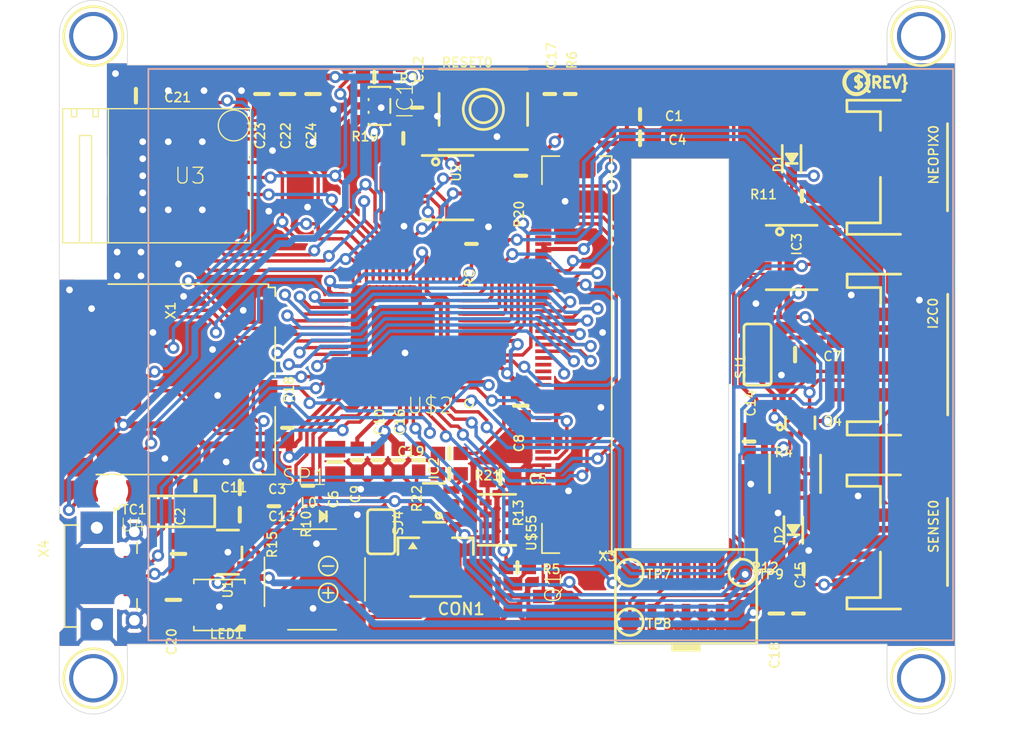
<source format=kicad_pcb>
(kicad_pcb (version 20221018) (generator pcbnew)
  (layers (0 "F.Cu" signal) (1 "In1.Cu" signal) (2 "In2.Cu" signal) (3 "In3.Cu" signal) (4 "In4.Cu" signal) (5 "In5.Cu" signal) (6 "In6.Cu" signal) (7 "In7.Cu" signal) (8 "In8.Cu" signal) (9 "In9.Cu" signal) (10 "In10.Cu" signal) (11 "In11.Cu" signal) (12 "In12.Cu" signal) (13 "In13.Cu" signal) (14 "In14.Cu" signal) (31 "B.Cu" signal) (34 "B.Paste" user) (35 "F.Paste" user) (36 "B.SilkS" user "B.Silkscreen") (37 "F.SilkS" user "F.Silkscreen") (38 "B.Mask" user) (39 "F.Mask" user) (44 "Edge.Cuts" user))
  (net 0 "")
  (net 1 "GND")
  (net 2 "LCD_DATA7")
  (net 3 "LCD_DATA6")
  (net 4 "LCD_DATA5")
  (net 5 "LCD_DATA4")
  (net 6 "LCD_DATA3")
  (net 7 "LCD_DATA2")
  (net 8 "LCD_DATA1")
  (net 9 "LCD_DATA0")
  (net 10 "TFT_CS")
  (net 11 "TFT_WR")
  (net 12 "TFT_RD")
  (net 13 "SCK")
  (net 14 "TOUCH_XL")
  (net 15 "TOUCH_XR")
  (net 16 "TOUCH_YD")
  (net 17 "N$1")
  (net 18 "N$2")
  (net 19 "N$3")
  (net 20 "N$4")
  (net 21 "N$16")
  (net 22 "TFT_BACKLITE")
  (net 23 "+5V")
  (net 24 "VCC")
  (net 25 "LEDK")
  (net 26 "MOSI")
  (net 27 "SD_CS")
  (net 28 "CARDDET")
  (net 29 "MISO")
  (net 30 "TFT_TE")
  (net 31 "TFT_RS")
  (net 32 "D-")
  (net 33 "D+")
  (net 34 "3.3V")
  (net 35 "~{RESET}")
  (net 36 "VDDCORE")
  (net 37 "SWCLK")
  (net 38 "SWDIO")
  (net 39 "ESP_CS")
  (net 40 "ESP_RESET")
  (net 41 "ESP_GPIO0")
  (net 42 "ESP_BUSY")
  (net 43 "AUDIO_OUT")
  (net 44 "LIGHT")
  (net 45 "N$8")
  (net 46 "D13")
  (net 47 "NEOPIX")
  (net 48 "SCL")
  (net 49 "SDA")
  (net 50 "D4_UNSAFE")
  (net 51 "D3_UNSAFE")
  (net 52 "D4")
  (net 53 "D3")
  (net 54 "VBUS")
  (net 55 "QSPI_DATA[0]")
  (net 56 "QSPI_DATA[1]")
  (net 57 "QSPI_SCK")
  (net 58 "QSPI_CS")
  (net 59 "QSPI_DATA[2]")
  (net 60 "QSPI_DATA[3]")
  (net 61 "RXD")
  (net 62 "TXD")
  (net 63 "TOUCH_YU")
  (net 64 "TFT_RESET")
  (net 65 "SPK_SD")
  (net 66 "N$10")
  (net 67 "N$11")
  (net 68 "SPRK-")
  (net 69 "SPKR+")
  (net 70 "ESP_RTS")
  (net 71 "N$13")
  (net 72 "ESP_MISO")
  (net 73 "SDA_3V")
  (net 74 "SCL_3V")
  (net 75 "N$5")
  (footprint "working:0603-NO" (layer "F.Cu") (at 151.6761 85.3821 90)
    (fp_text reference "C17")
    (fp_text value "0.1uF")
  )
  (footprint "working:0603-NO" (layer "F.Cu") (at 149.5171 91.4781 -90)
    (fp_text reference "R20")
    (fp_text value "10K")
  )
  (footprint "working:PQFN64-1" (layer "F.Cu") (at 140.7541 103.5431 180)
    (fp_text reference "U$2")
    (fp_text value "ATSAMD51J20")
  )
  (footprint "working:SOD-323" (layer "F.Cu") (at 169.8371 117.8941 90)
    (fp_text reference "D2")
    (fp_text value "3.6V")
  )
  (footprint "working:2X05_1.27MM_SMT" (layer "F.Cu") (at 161.8361 122.8471)
    (fp_text reference "X3")
    (fp_text value "2x5 0.05\" SWD")
  )
  (footprint "working:0603-NO" (layer "F.Cu") (at 166.5351 111.2901 90)
    (fp_text reference "C14")
    (fp_text value ".1u")
  )
  (footprint "working:0603-NO" (layer "F.Cu") (at 144.1831 112.1791 180)
    (fp_text reference "C19")
    (fp_text value "0.1uF")
  )
  (footprint "working:53398-0271" (layer "F.Cu") (at 143.1671 120.0531 180)
    (fp_text reference "CON1")
    (fp_text value "CON_MOLEX_2P")
  )
  (footprint "working:LED3535" (layer "F.Cu") (at 127.0381 123.4821 180)
    (fp_text reference "LED1")
    (fp_text value "WS2812B3535")
  )
  (footprint "working:MOUNTINGHOLE_3.0_PLATEDTHIN" (layer "F.Cu") (at 117.6401 128.9431 90)
    (fp_text reference "U$16" hide)
    (fp_text value "MOUNTINGHOLE3.0THIN" hide)
  )
  (footprint "working:TESTPOINT_ROUND_1.5MM" (layer "F.Cu") (at 157.6451 124.7521)
    (fp_text reference "TP8")
    (fp_text value "")
  )
  (footprint "working:0603-NO" (layer "F.Cu") (at 140.7541 88.6841 180)
    (fp_text reference "R19")
    (fp_text value "10K")
  )
  (footprint "working:FIDUCIAL_1MM" (layer "F.Cu") (at 180.3781 125.3871 90)
    (fp_text reference "U$23" hide)
    (fp_text value "FIDUCIAL_1MM" hide)
  )
  (footprint "working:0805-NO" (layer "F.Cu") (at 134.0231 85.3821 -90)
    (fp_text reference "C24")
    (fp_text value "10uF")
  )
  (footprint "working:SOT23-6" (layer "F.Cu") (at 143.0401 115.8621 90)
    (fp_text reference "IC2")
    (fp_text value "PAM8301")
  )
  (footprint "working:TESTPOINT_ROUND_1.5MM" (layer "F.Cu") (at 166.0271 121.0691)
    (fp_text reference "TP9")
    (fp_text value "")
  )
  (footprint "working:0603-NO" (layer "F.Cu") (at 144.1831 113.7031)
    (fp_text reference "R21")
    (fp_text value "47K")
  )
  (footprint "working:MOUNTINGHOLE_3.0_PLATEDTHIN" (layer "F.Cu") (at 179.3621 128.9431 90)
    (fp_text reference "U$7" hide)
    (fp_text value "MOUNTINGHOLE3.0THIN" hide)
  )
  (footprint "working:SOLDERJUMPER_CLOSEDWIRE" (layer "F.Cu") (at 139.1031 118.0211 -90)
    (fp_text reference "SJ4")
    (fp_text value "")
  )
  (footprint "working:MICROSD" (layer "F.Cu") (at 131.1021 99.6061 -90)
    (fp_text reference "X1")
    (fp_text value "microSD")
  )
  (footprint "working:0805-NO" (layer "F.Cu") (at 128.5621 114.7191)
    (fp_text reference "C3")
    (fp_text value "10uF")
  )
  (footprint "working:4UCONN_20329_NARROW" (layer "F.Cu") (at 119.7991 121.3231 -90)
    (fp_text reference "X4")
    (fp_text value "microUSB")
  )
  (footprint "working:0603-NO" (layer "F.Cu") (at 140.3731 112.6871 90)
    (fp_text reference "C16")
    (fp_text value ".1u")
  )
  (footprint "working:0805-NO" (layer "F.Cu") (at 128.5621 116.7511)
    (fp_text reference "C13")
    (fp_text value "10uF")
  )
  (footprint "working:0603-NO" (layer "F.Cu") (at 149.2631 120.6881)
    (fp_text reference "R5")
    (fp_text value "1K")
  )
  (footprint "working:ALS-PT26-21C" (layer "F.Cu") (at 119.0371 114.9731 180)
    (fp_text reference "U4")
    (fp_text value "ALS-PT21" hide)
  )
  (footprint "working:MOUNTINGHOLE_3.0_PLATEDTHIN" (layer "F.Cu") (at 179.3621 81.0641 90)
    (fp_text reference "U$15" hide)
    (fp_text value "MOUNTINGHOLE3.0THIN" hide)
  )
  (footprint "working:0603-NO" (layer "F.Cu") (at 141.8971 112.6871 -90)
    (fp_text reference "R22")
    (fp_text value "47K")
  )
  (footprint "working:EVQ-Q2_SMALLER" (layer "F.Cu") (at 146.7231 86.5251)
    (fp_text reference "RESET0")
    (fp_text value "EVQQ 6mm")
  )
  (footprint "working:0603-NO" (layer "F.Cu") (at 170.5991 120.8151 180)
    (fp_text reference "R12")
    (fp_text value "1K")
  )
  (footprint "working:FIDUCIAL_1MM" (layer "F.Cu") (at 116.3701 110.7821 90)
    (fp_text reference "U$11" hide)
    (fp_text value "FIDUCIAL_1MM" hide)
  )
  (footprint "working:RESPACK_4X0603" (layer "F.Cu") (at 147.7391 117.1321 -90)
    (fp_text reference "R13")
    (fp_text value "100")
  )
  (footprint "working:0805-NO" (layer "F.Cu") (at 132.1181 85.3821 -90)
    (fp_text reference "C22")
    (fp_text value "10uF")
  )
  (footprint "working:SOT23-5" (layer "F.Cu") (at 127.6731 119.5451 -90)
    (fp_text reference "U1")
    (fp_text value "AP2112-3.3")
  )
  (footprint "working:0603-NO" (layer "F.Cu") (at 131.1021 116.1161 -90)
    (fp_text reference "R15")
    (fp_text value "10K")
  )
  (footprint "working:0805-NO" (layer "F.Cu") (at 123.9901 119.6721 90)
    (fp_text reference "C2")
    (fp_text value "10uF")
  )
  (footprint "working:SOT23-BEC" (layer "F.Cu") (at 150.0251 122.8471 -90)
    (fp_text reference "Q1")
    (fp_text value "MMBT2222")
  )
  (footprint "working:0805-NO" (layer "F.Cu") (at 123.6091 123.1011 -90)
    (fp_text reference "C20")
    (fp_text value "10uF")
  )
  (footprint "working:JSTPH4" (layer "F.Cu") (at 178.3461 104.8131 -90)
    (fp_text reference "I2C0")
    (fp_text value "JST PH 4")
  )
  (footprint "working:BUZZER_SMT_7.5MM" (layer "F.Cu") (at 134.1501 121.5771)
    (fp_text reference "SP1")
    (fp_text value "7.5mm SPK")
  )
  (footprint "working:1206" (layer "F.Cu") (at 124.2441 116.4971 180)
    (fp_text reference "PTC1")
    (fp_text value "500mA")
  )
  (footprint "working:JSTPH3" (layer "F.Cu") (at 177.3301 90.8431 -90)
    (fp_text reference "NEOPIX0")
    (fp_text value "JST PH 3")
  )
  (footprint "working:MOUNTINGHOLE_3.0_PLATEDTHIN" (layer "F.Cu") (at 117.6401 81.0641 90)
    (fp_text reference "U$17" hide)
    (fp_text value "MOUNTINGHOLE3.0THIN" hide)
  )
  (footprint "working:SOT23-5L" (layer "F.Cu") (at 138.9761 86.2711 -90)
    (fp_text reference "IC1")
    (fp_text value "74AHC1G125")
  )
  (footprint "working:0603-NO" (layer "F.Cu") (at 132.1181 110.2741 90)
    (fp_text reference "R18")
    (fp_text value "10K")
  )
  (footprint "working:RESPACK_4X0603" (layer "F.Cu") (at 169.9641 113.7031)
    (fp_text reference "R4")
    (fp_text value "10K")
  )
  (footprint "working:0805-NO" (layer "F.Cu") (at 130.2131 85.3821 -90)
    (fp_text reference "C23")
    (fp_text value "10uF")
  )
  (footprint "working:0603-NO" (layer "F.Cu") (at 125.2601 114.5921)
    (fp_text reference "C11")
    (fp_text value ".1u")
  )
  (footprint "working:0805-NO" (layer "F.Cu") (at 158.4071 88.6841)
    (fp_text reference "C4")
    (fp_text value "0.1uF")
  )
  (footprint "working:PYPORTALPYNT_TOP" (layer "F.Cu") (at 115.1001 131.4831)
    (fp_text reference "U$19" hide)
    (fp_text value "" hide)
  )
  (footprint "working:0805-NO" (layer "F.Cu") (at 147.9931 113.9571)
    (fp_text reference "C5")
    (fp_text value "10uF")
  )
  (footprint "working:0603-NO" (layer "F.Cu") (at 170.4721 93.0021 180)
    (fp_text reference "R11")
    (fp_text value "1K")
  )
  (footprint "working:0603-NO" (layer "F.Cu") (at 133.6421 114.5921 -90)
    (fp_text reference "R10")
    (fp_text value "1K")
  )
  (footprint "working:SOD-323" (layer "F.Cu") (at 169.7101 90.2081 90)
    (fp_text reference "D1")
    (fp_text value "3.6V")
  )
  (footprint "working:JSTPH3" (layer "F.Cu") (at 177.3301 118.7831 -90)
    (fp_text reference "SENSE0")
    (fp_text value "JST PH 3")
  )
  (footprint "working:SOIC8_208MIL" (layer "F.Cu") (at 144.0561 92.3671 -90)
    (fp_text reference "U2")
    (fp_text value "GD25Q64")
  )
  (footprint "working:TESTPOINT_ROUND_1.5MM" (layer "F.Cu") (at 157.6451 121.0691)
    (fp_text reference "TP7")
    (fp_text value "")
  )
  (footprint "working:0805-NO" (layer "F.Cu") (at 168.5671 124.1171 -90)
    (fp_text reference "C18")
    (fp_text value "10uF")
  )
  (footprint "working:SOIC8_150MIL" (layer "F.Cu") (at 169.7101 97.5741 -90)
    (fp_text reference "IC3")
    (fp_text value "ATECCX08")
  )
  (footprint "working:0603-NO" (layer "F.Cu") (at 170.2181 124.1171 90)
    (fp_text reference "C15")
    (fp_text value ".1u")
  )
  (footprint "working:SOT363" (layer "F.Cu") (at 170.3451 109.8931)
    (fp_text reference "Q4")
    (fp_text value "BSS138")
  )
  (footprint "working:0805-NO" (layer "F.Cu") (at 149.5171 108.6231 -90)
    (fp_text reference "C8")
    (fp_text value "10uF")
  )
  (footprint "working:PCBFEAT-REV-040" (layer "F.Cu") (at 174.5361 84.4931)
    (fp_text reference "U$63" hide)
    (fp_text value "" hide)
  )
  (footprint "working:0603-NO" (layer "F.Cu") (at 158.4071 86.9061)
    (fp_text reference "C1")
    (fp_text value "0.1uF")
  )
  (footprint "working:CHIPLED_0805_NOOUTLINE" (layer "F.Cu") (at 134.7851 116.8781 -90)
    (fp_text reference "L0")
    (fp_text value "RED")
  )
  (footprint "working:0805-NO" (layer "F.Cu") (at 169.9641 104.8131)
    (fp_text reference "C7")
    (fp_text value "10uF")
  )
  (footprint "working:ARDUINO-UCS&SOCS_NINA-W1X" (layer "F.Cu") (at 123.6091 91.4781)
    (fp_text reference "U3")
    (fp_text value "NINA-W102" hide)
  )
  (footprint "working:0603-NO" (layer "F.Cu") (at 153.2001 85.3821 90)
    (fp_text reference "R6")
    (fp_text value "10K")
  )
  (footprint "working:0603-NO" (layer "F.Cu") (at 141.7701 86.3981 90)
    (fp_text reference "C12")
    (fp_text value ".1u")
  )
  (footprint "working:SOLDERJUMPER_2WAY_OPEN_NOPASTE" (layer "F.Cu") (at 167.1701 104.8131 90)
    (fp_text reference "SJ1")
    (fp_text value "")
  )
  (footprint "working:FIDUCIAL_1MM" (layer "F.Cu") (at 180.6321 84.2391 90)
    (fp_text reference "U$9" hide)
    (fp_text value "FIDUCIAL_1MM" hide)
  )
  (footprint "working:0603-NO" (layer "F.Cu") (at 138.5951 84.1121)
    (fp_text reference "R9")
    (fp_text value "10K")
  )
  (footprint "working:0603-NO" (layer "F.Cu") (at 138.8491 112.6871 90)
    (fp_text reference "C10")
    (fp_text value ".1u")
  )
  (footprint "working:0603-NO" (layer "F.Cu") (at 137.3251 112.6871 -90)
    (fp_text reference "C9")
    (fp_text value "1uF")
  )
  (footprint "working:0805-NO" (layer "F.Cu") (at 120.8151 85.5091)
    (fp_text reference "C21")
    (fp_text value "10uF")
  )
  (footprint "working:0603-NO" (layer "F.Cu") (at 145.8341 96.5581 -90)
    (fp_text reference "R8")
    (fp_text value "10K")
  )
  (footprint "working:0805-NO" (layer "F.Cu") (at 135.6741 112.8141 -90)
    (fp_text reference "C6")
    (fp_text value "10uF")
  )
  (footprint "working:TFT_2.4IN_240X320_50PIN" (layer "B.Cu") (at 179.7431 104.8131 -90)
    (fp_text reference "U$55")
    (fp_text value "DISP_LCD_240X320_50PIN-2.4IN")
  )
  (footprint "working:PYPORTALPYNT_BOT" (layer "B.Cu") (at 181.9021 131.4831 180)
    (fp_text reference "U$54" hide)
    (fp_text value "" hide)
  )
  (gr_line (start 120.1801 83.2231) (end 120.1801 80.9371) (stroke (width 0.05)) (layer "Edge.Cuts"))
  (gr_line (start 176.8221 83.2231) (end 120.1801 83.2231) (stroke (width 0.05)) (layer "Edge.Cuts"))
  (gr_line (start 176.8221 80.9371) (end 176.8221 83.2231) (stroke (width 0.05)) (layer "Edge.Cuts"))
  (gr_arc (start 179.3621 131.6101) (mid 177.566049 130.866151) (end 176.8221 129.0701) (stroke (width 0.05)) (layer "Edge.Cuts"))
  (gr_line (start 165.0111 90.2081) (end 157.7721 90.2081) (stroke (width 0.05)) (layer "Edge.Cuts"))
  (gr_line (start 115.1001 80.9371) (end 115.1001 117.1321) (stroke (width 0.05)) (layer "Edge.Cuts"))
  (gr_line (start 120.1801 126.4031) (end 176.8221 126.4031) (stroke (width 0.05)) (layer "Edge.Cuts"))
  (gr_line (start 115.4811 117.5131) (end 115.4811 125.1331) (stroke (width 0.05)) (layer "Edge.Cuts"))
  (gr_arc (start 176.8221 80.9371) (mid 177.566049 79.141049) (end 179.3621 78.3971) (stroke (width 0.05)) (layer "Edge.Cuts"))
  (gr_arc (start 120.1801 129.0701) (mid 119.436151 130.866151) (end 117.6401 131.6101) (stroke (width 0.05)) (layer "Edge.Cuts"))
  (gr_arc (start 117.6401 131.6101) (mid 115.844049 130.866151) (end 115.1001 129.0701) (stroke (width 0.05)) (layer "Edge.Cuts"))
  (gr_line (start 157.7721 119.2911) (end 165.0111 119.2911) (stroke (width 0.05)) (layer "Edge.Cuts"))
  (gr_arc (start 181.9021 129.0701) (mid 181.158151 130.866151) (end 179.3621 131.6101) (stroke (width 0.05)) (layer "Edge.Cuts"))
  (gr_line (start 181.9021 129.0701) (end 181.9021 80.9371) (stroke (width 0.05)) (layer "Edge.Cuts"))
  (gr_line (start 157.7721 90.2081) (end 157.7721 119.2911) (stroke (width 0.05)) (layer "Edge.Cuts"))
  (gr_arc (start 117.6401 78.3971) (mid 119.436151 79.141049) (end 120.1801 80.9371) (stroke (width 0.05)) (layer "Edge.Cuts"))
  (gr_arc (start 115.1001 80.9371) (mid 115.844049 79.141049) (end 117.6401 78.3971) (stroke (width 0.05)) (layer "Edge.Cuts"))
  (gr_arc (start 179.3621 78.3971) (mid 181.158151 79.141049) (end 181.9021 80.9371) (stroke (width 0.05)) (layer "Edge.Cuts"))
  (gr_line (start 165.0111 119.2911) (end 165.0111 90.2081) (stroke (width 0.05)) (layer "Edge.Cuts"))
  (gr_line (start 120.1801 129.0701) (end 120.1801 126.4031) (stroke (width 0.05)) (layer "Edge.Cuts"))
  (gr_line (start 115.4811 125.1331) (end 115.1001 125.5141) (stroke (width 0.05)) (layer "Edge.Cuts"))
  (gr_line (start 115.1001 117.1321) (end 115.4811 117.5131) (stroke (width 0.05)) (layer "Edge.Cuts"))
  (gr_line (start 176.8221 126.4031) (end 176.8221 129.0701) (stroke (width 0.05)) (layer "Edge.Cuts"))
  (gr_line (start 115.1001 125.5141) (end 115.1001 129.0701) (stroke (width 0.05)) (layer "Edge.Cuts"))
  (segment (start 151.9991 92.5631) (end 152.8191 93.3831) (width 0.254) (layer "F.Cu") (net 1))
  (segment (start 151.1921 92.5631) (end 151.9991 92.5631) (width 0.254) (layer "F.Cu") (net 1))
  (segment (start 136.3041 106.7931) (end 137.5041 106.7931) (width 0.254) (layer "F.Cu") (net 1))
  (segment (start 150.4111 113.0631) (end 150.0251 113.4491) (width 0.254) (layer "F.Cu") (net 1))
  (segment (start 151.1631 114.5921) (end 150.0251 114.5921) (width 0.254) (layer "F.Cu") (net 1))
  (segment (start 141.115625 86.3981) (end 139.1031 86.3981) (width 0.254) (layer "F.Cu") (net 1))
  (segment (start 139.5041 107.9931) (end 139.5041 104.7931) (width 0.254) (layer "F.Cu") (net 1))
  (segment (start 151.1921 93.5631) (end 152.6391 93.5631) (width 0.254) (layer "F.Cu") (net 1))
  (segment (start 150.0251 114.0631) (end 149.0491 114.0631) (width 0.254) (layer "F.Cu") (net 1))
  (segment (start 151.1921 113.0631) (end 150.4111 113.0631) (width 0.254) (layer "F.Cu") (net 1))
  (segment (start 150.1391 113.5631) (end 150.0251 113.4491) (width 0.254) (layer "F.Cu") (net 1))
  (segment (start 153.0731 114.7191) (end 153.0731 114.9731) (width 0.254) (layer "F.Cu") (net 1))
  (segment (start 151.1921 114.0631) (end 152.4171 114.0631) (width 0.254) (layer "F.Cu") (net 1))
  (segment (start 150.0251 113.4491) (end 150.0251 114.0631) (width 0.254) (layer "F.Cu") (net 1))
  (segment (start 149.0491 114.0631) (end 148.9431 113.9571) (width 0.254) (layer "F.Cu") (net 1))
  (segment (start 150.0251 114.5921) (end 150.0251 114.0631) (width 0.254) (layer "F.Cu") (net 1))
  (segment (start 141.7701 87.2481) (end 141.2621 86.7401) (width 0.254) (layer "F.Cu") (net 1))
  (segment (start 141.5041 104.2931) (end 140.7541 103.5431) (width 0.254) (layer "F.Cu") (net 1))
  (segment (start 142.0041 99.0931) (end 142.0041 102.2931) (width 0.254) (layer "F.Cu") (net 1))
  (segment (start 151.1921 114.0631) (end 150.0251 114.0631) (width 0.254) (layer "F.Cu") (net 1))
  (segment (start 152.4991 93.0631) (end 152.8191 93.3831) (width 0.254) (layer "F.Cu") (net 1))
  (segment (start 142.0041 102.2931) (end 140.7541 103.5431) (width 0.254) (layer "F.Cu") (net 1))
  (segment (start 151.1921 113.5631) (end 150.1391 113.5631) (width 0.254) (layer "F.Cu") (net 1))
  (segment (start 141.2621 86.7401) (end 141.2621 86.5251) (width 0.254) (layer "F.Cu") (net 1))
  (segment (start 137.5041 106.7931) (end 140.7541 103.5431) (width 0.254) (layer "F.Cu") (net 1))
  (segment (start 152.6391 93.5631) (end 152.8191 93.3831) (width 0.254) (layer "F.Cu") (net 1))
  (segment (start 151.1921 113.0631) (end 151.1921 113.5631) (width 0.254) (layer "F.Cu") (net 1))
  (segment (start 141.133325 86.4158) (end 141.115625 86.3981) (width 0.254) (layer "F.Cu") (net 1))
  (segment (start 139.5041 104.7931) (end 140.7541 103.5431) (width 0.254) (layer "F.Cu") (net 1))
  (segment (start 151.1921 113.5631) (end 151.1921 114.0631) (width 0.254) (layer "F.Cu") (net 1))
  (segment (start 141.1528 86.4158) (end 141.133325 86.4158) (width 0.254) (layer "F.Cu") (net 1))
  (segment (start 151.1921 93.0631) (end 152.4991 93.0631) (width 0.254) (layer "F.Cu") (net 1))
  (segment (start 117.7481 100.0061) (end 117.5621 100.0061) (width 0.254) (layer "F.Cu") (net 1))
  (segment (start 152.4171 114.0631) (end 153.0731 114.7191) (width 0.254) (layer "F.Cu") (net 1))
  (segment (start 145.2041 104.2931) (end 141.5041 104.2931) (width 0.254) (layer "F.Cu") (net 1))
  (segment (start 151.1921 114.5631) (end 151.1631 114.5921) (width 0.254) (layer "F.Cu") (net 1))
  (segment (start 141.2621 86.5251) (end 141.1528 86.4158) (width 0.254) (layer "F.Cu") (net 1))
  (via (at 121.3231 92.7481) (size 0.9064) (drill 0.5) (layers "F.Cu" "B.Cu") (net 1))
  (via (at 133.6167 93.8149) (size 0.9064) (drill 0.5) (layers "F.Cu" "B.Cu") (net 1))
  (via (at 134.2771 118.9101) (size 0.9064) (drill 0.5) (layers "F.Cu" "B.Cu") (net 1))
  (via (at 155.6131 103.1621) (size 0.9064) (drill 0.5) (layers "F.Cu" "B.Cu") (net 1))
  (via (at 127.6731 119.5451) (size 0.9064) (drill 0.5) (layers "F.Cu" "B.Cu") (net 1))
  (via (at 115.8621 99.9871) (size 0.9064) (drill 0.5) (layers "F.Cu" "B.Cu") (net 1))
  (via (at 127.0381 123.6091) (size 0.9064) (drill 0.5) (layers "F.Cu" "B.Cu") (net 1))
  (via (at 155.4861 108.7501) (size 0.9064) (drill 0.5) (layers "F.Cu" "B.Cu") (net 1))
  (via (at 117.5131 101.3841) (size 0.9064) (drill 0.5) (layers "F.Cu" "B.Cu") (net 1))
  (via (at 166.6621 114.4651) (size 0.9064) (drill 0.5) (layers "F.Cu" "B.Cu") (net 1))
  (via (at 125.7681 94.0181) (size 0.9064) (drill 0.5) (layers "F.Cu" "B.Cu") (net 1))
  (via (at 179.2351 100.7491) (size 0.9064) (drill 0.5) (layers "F.Cu" "B.Cu") (net 1))
  (via (at 153.0731 114.9731) (size 0.9064) (drill 0.5) (layers "F.Cu" "B.Cu") (net 1))
  (via (at 121.3231 94.0181) (size 0.9064) (drill 0.5) (layers "F.Cu" "B.Cu") (net 1))
  (via (at 147.1041 95.2881) (size 0.9064) (drill 0.5) (layers "F.Cu" "B.Cu") (net 1))
  (via (at 143.2941 87.0331) (size 0.9064) (drill 0.5) (layers "F.Cu" "B.Cu") (net 1))
  (via (at 174.1551 100.3681) (size 0.9064) (drill 0.5) (layers "F.Cu" "B.Cu") (net 1))
  (via (at 168.6941 116.6241) (size 0.9064) (drill 0.5) (layers "F.Cu" "B.Cu") (net 1))
  (via (at 121.1961 97.1677) (size 0.9064) (drill 0.5) (layers "F.Cu" "B.Cu") (net 1))
  (via (at 121.1961 98.9457) (size 0.9064) (drill 0.5) (layers "F.Cu" "B.Cu") (net 1))
  (via (at 140.8049 95.2373) (size 0.9064) (drill 0.5) (layers "F.Cu" "B.Cu") (net 1))
  (via (at 124.3711 100.4697) (size 0.9064) (drill 0.5) (layers "F.Cu" "B.Cu") (net 1))
  (via (at 123.2281 94.0181) (size 0.9064) (drill 0.5) (layers "F.Cu" "B.Cu") (net 1))
  (via (at 147.7391 88.5571) (size 0.9064) (drill 0.5) (layers "F.Cu" "B.Cu") (net 1))
  (via (at 174.6631 115.3541) (size 0.9064) (drill 0.5) (layers "F.Cu" "B.Cu") (net 1))
  (via (at 128.8161 101.5111) (size 0.9064) (drill 0.5) (layers "F.Cu" "B.Cu") (net 1))
  (via (at 134.0231 88.9381) (size 0.9064) (drill 0.5) (layers "F.Cu" "B.Cu") (net 1))
  (via (at 135.5471 86.5251) (size 0.9064) (drill 0.5) (layers "F.Cu" "B.Cu") (net 1))
  (via (at 123.9901 98.0567) (size 0.9064) (drill 0.5) (layers "F.Cu" "B.Cu") (net 1))
  (via (at 121.3231 88.9381) (size 0.9064) (drill 0.5) (layers "F.Cu" "B.Cu") (net 1))
  (via (at 128.6891 85.1281) (size 0.9064) (drill 0.5) (layers "F.Cu" "B.Cu") (net 1))
  (via (at 137.3251 116.7511) (size 0.9064) (drill 0.5) (layers "F.Cu" "B.Cu") (net 1))
  (via (at 127.5461 112.8141) (size 0.9064) (drill 0.5) (layers "F.Cu" "B.Cu") (net 1))
  (via (at 121.3231 91.4781) (size 0.9064) (drill 0.5) (layers "F.Cu" "B.Cu") (net 1))
  (via (at 119.2911 83.8581) (size 0.9064) (drill 0.5) (layers "F.Cu" "B.Cu") (net 1))
  (via (at 131.0005 89.5985) (size 0.9064) (drill 0.5) (layers "F.Cu" "B.Cu") (net 1))
  (via (at 126.5301 104.4321) (size 0.9064) (drill 0.5) (layers "F.Cu" "B.Cu") (net 1))
  (via (at 152.8191 93.3831) (size 0.9064) (drill 0.5) (layers "F.Cu" "B.Cu") (net 1))
  (via (at 130.7211 94.1197) (size 0.9064) (drill 0.5) (layers "F.Cu" "B.Cu") (net 1))
  (via (at 125.8951 85.1281) (size 0.9064) (drill 0.5) (layers "F.Cu" "B.Cu") (net 1))
  (via (at 168.9481 106.3371) (size 0.9064) (drill 0.5) (layers "F.Cu" "B.Cu") (net 1))
  (via (at 122.9741 112.5601) (size 0.9064) (drill 0.5) (layers "F.Cu" "B.Cu") (net 1))
  (via (at 119.4181 97.1677) (size 0.9064) (drill 0.5) (layers "F.Cu" "B.Cu") (net 1))
  (via (at 137.5791 114.8461) (size 0.9064) (drill 0.5) (layers "F.Cu" "B.Cu") (net 1))
  (via (at 167.0431 101.0031) (size 0.9064) (drill 0.5) (layers "F.Cu" "B.Cu") (net 1))
  (via (at 134.0231 123.7361) (size 0.9064) (drill 0.5) (layers "F.Cu" "B.Cu") (net 1))
  (via (at 126.9111 107.8611) (size 0.9064) (drill 0.5) (layers "F.Cu" "B.Cu") (net 1))
  (via (at 139.1031 86.3981) (size 0.9064) (drill 0.5) (layers "F.Cu" "B.Cu") (net 1))
  (via (at 119.4181 98.9457) (size 0.9064) (drill 0.5) (layers "F.Cu" "B.Cu") (net 1))
  (via (at 125.7681 88.9381) (size 0.9064) (drill 0.5) (layers "F.Cu" "B.Cu") (net 1))
  (via (at 122.0851 103.1621) (size 0.9064) (drill 0.5) (layers "F.Cu" "B.Cu") (net 1))
  (via (at 123.2281 85.1281) (size 0.9064) (drill 0.5) (layers "F.Cu" "B.Cu") (net 1))
  (via (at 170.9801 119.4181) (size 0.9064) (drill 0.5) (layers "F.Cu" "B.Cu") (net 1))
  (via (at 121.3231 90.2081) (size 0.9064) (drill 0.5) (layers "F.Cu" "B.Cu") (net 1))
  (via (at 123.2281 88.9381) (size 0.9064) (drill 0.5) (layers "F.Cu" "B.Cu") (net 1))
  (via (at 140.8811 104.6861) (size 0.9064) (drill 0.5) (layers "F.Cu" "B.Cu") (net 1))
  (segment (start 151.9612 105.0631) (end 152.7459 105.8478) (width 0.254) (layer "F.Cu") (net 2))
  (segment (start 134.543706 105.460707) (end 134.338153 105.66626) (width 0.254) (layer "F.Cu") (net 2))
  (segment (start 134.711312 105.2931) (end 134.543706 105.460707) (width 0.254) (layer "F.Cu") (net 2))
  (segment (start 136.3041 105.2931) (end 134.711312 105.2931) (width 0.254) (layer "F.Cu") (net 2))
  (segment (start 134.33815 105.666263) (end 134.338153 105.66626) (width 0.254) (layer "F.Cu") (net 2))
  (segment (start 152.7459 105.8478) (end 152.7459 106.2288) (width 0.254) (layer "F.Cu") (net 2))
  (segment (start 151.1921 105.0631) (end 151.9612 105.0631) (width 0.254) (layer "F.Cu") (net 2))
  (via (at 134.33815 105.666263) (size 0.9064) (drill 0.5) (layers "F.Cu" "B.Cu") (net 2))
  (via (at 152.7459 106.2288) (size 0.9064) (drill 0.5) (layers "F.Cu" "B.Cu") (net 2))
  (segment (start 139.747087 103.0605) (end 149.981012 103.0605) (width 0.254) (layer "B.Cu") (net 2))
  (segment (start 138.150887 104.6567) (end 139.747087 103.0605) (width 0.254) (layer "B.Cu") (net 2))
  (segment (start 152.7459 105.825388) (end 149.981012 103.0605) (width 0.254) (layer "B.Cu") (net 2))
  (segment (start 135.347712 104.6567) (end 138.150887 104.6567) (width 0.254) (layer "B.Cu") (net 2))
  (segment (start 152.7459 106.2288) (end 152.7459 105.825388) (width 0.254) (layer "B.Cu") (net 2))
  (segment (start 134.33815 105.666263) (end 135.347712 104.6567) (width 0.254) (layer "B.Cu") (net 2))
  (segment (start 133.1141 105.667) (end 132.3521 105.667) (width 0.254) (layer "F.Cu") (net 3))
  (segment (start 132.3521 105.667) (end 132.2251 105.54) (width 0.254) (layer "F.Cu") (net 3))
  (segment (start 136.3041 104.7931) (end 133.988 104.7931) (width 0.254) (layer "F.Cu") (net 3))
  (segment (start 133.988 104.7931) (end 133.1141 105.667) (width 0.254) (layer "F.Cu") (net 3))
  (segment (start 152.7312 104.5631) (end 151.1921 104.5631) (width 0.254) (layer "F.Cu") (net 3))
  (segment (start 153.4745 105.3064) (end 152.7312 104.5631) (width 0.254) (layer "F.Cu") (net 3))
  (via (at 132.2251 105.54) (size 0.9064) (drill 0.5) (layers "F.Cu" "B.Cu") (net 3))
  (via (at 153.4745 105.3064) (size 0.9064) (drill 0.5) (layers "F.Cu" "B.Cu") (net 3))
  (segment (start 133.1141 105.667) (end 134.5816 104.1995) (width 0.254) (layer "B.Cu") (net 3))
  (segment (start 134.5816 104.1995) (end 137.961506 104.1995) (width 0.254) (layer "B.Cu") (net 3))
  (segment (start 132.2251 105.54) (end 132.3521 105.667) (width 0.254) (layer "B.Cu") (net 3))
  (segment (start 137.961506 104.1995) (end 139.557706 102.6033) (width 0.254) (layer "B.Cu") (net 3))
  (segment (start 153.254493 105.3064) (end 153.4745 105.3064) (width 0.254) (layer "B.Cu") (net 3))
  (segment (start 150.551393 102.6033) (end 153.254493 105.3064) (width 0.254) (layer "B.Cu") (net 3))
  (segment (start 133.1141 105.667) (end 132.3521 105.667) (width 0.254) (layer "B.Cu") (net 3))
  (segment (start 139.557706 102.6033) (end 150.551393 102.6033) (width 0.254) (layer "B.Cu") (net 3))
  (segment (start 133.380103 104.2931) (end 133.0205 104.6527) (width 0.254) (layer "F.Cu") (net 4))
  (segment (start 136.0551 104.2931) (end 133.380103 104.2931) (width 0.254) (layer "F.Cu") (net 4))
  (segment (start 136.304096 104.2931) (end 136.0551 104.2931) (width 0.254) (layer "F.Cu") (net 4))
  (segment (start 153.396306 104.523) (end 152.936406 104.0631) (width 0.254) (layer "F.Cu") (net 4))
  (segment (start 136.3041 104.2931) (end 136.304096 104.2931) (width 0.254) (layer "F.Cu") (net 4))
  (segment (start 154.7241 105.2877) (end 153.9594 104.523) (width 0.254) (layer "F.Cu") (net 4))
  (segment (start 153.9594 104.523) (end 153.396306 104.523) (width 0.254) (layer "F.Cu") (net 4))
  (segment (start 152.936406 104.0631) (end 151.1921 104.0631) (width 0.254) (layer "F.Cu") (net 4))
  (via (at 133.0205 104.6527) (size 0.9064) (drill 0.5) (layers "F.Cu" "B.Cu") (net 4))
  (via (at 154.7241 105.2877) (size 0.9064) (drill 0.5) (layers "F.Cu" "B.Cu") (net 4))
  (segment (start 137.772125 103.7423) (end 133.9309 103.7423) (width 0.254) (layer "B.Cu") (net 4))
  (segment (start 150.740775 102.1461) (end 139.368325 102.1461) (width 0.254) (layer "B.Cu") (net 4))
  (segment (start 150.740775 102.1461) (end 153.117675 104.523) (width 0.254) (layer "B.Cu") (net 4))
  (segment (start 153.117675 104.523) (end 153.799 104.523) (width 0.254) (layer "B.Cu") (net 4))
  (segment (start 139.368325 102.1461) (end 137.772125 103.7423) (width 0.254) (layer "B.Cu") (net 4))
  (segment (start 153.799 104.523) (end 154.5637 105.2877) (width 0.254) (layer "B.Cu") (net 4))
  (segment (start 154.5637 105.2877) (end 154.7241 105.2877) (width 0.254) (layer "B.Cu") (net 4))
  (segment (start 133.9309 103.7423) (end 133.0205 104.6527) (width 0.254) (layer "B.Cu") (net 4))
  (segment (start 132.6435 103.7931) (end 136.3041 103.7931) (width 0.254) (layer "F.Cu") (net 5))
  (segment (start 154.6118 104.0658) (end 154.7241 104.1781) (width 0.254) (layer "F.Cu") (net 5))
  (segment (start 153.585687 104.0658) (end 154.6118 104.0658) (width 0.254) (layer "F.Cu") (net 5))
  (segment (start 131.7505 104.6861) (end 131.3695 104.6861) (width 0.254) (layer "F.Cu") (net 5))
  (segment (start 151.1921 103.5631) (end 153.082987 103.5631) (width 0.254) (layer "F.Cu") (net 5))
  (segment (start 153.082987 103.5631) (end 153.585687 104.0658) (width 0.254) (layer "F.Cu") (net 5))
  (segment (start 132.6435 103.7931) (end 131.7505 104.6861) (width 0.254) (layer "F.Cu") (net 5))
  (via (at 131.3695 104.6861) (size 0.9064) (drill 0.5) (layers "F.Cu" "B.Cu") (net 5))
  (via (at 154.7241 104.1781) (size 0.9064) (drill 0.5) (layers "F.Cu" "B.Cu") (net 5))
  (segment (start 139.178943 101.6889) (end 137.582743 103.2851) (width 0.254) (layer "B.Cu") (net 5))
  (segment (start 133.1515 103.2851) (end 131.7505 104.6861) (width 0.254) (layer "B.Cu") (net 5))
  (segment (start 154.7241 104.1781) (end 154.6118 104.0658) (width 0.254) (layer "B.Cu") (net 5))
  (segment (start 150.930156 101.6889) (end 139.178943 101.6889) (width 0.254) (layer "B.Cu") (net 5))
  (segment (start 154.6118 104.0658) (end 153.307056 104.0658) (width 0.254) (layer "B.Cu") (net 5))
  (segment (start 153.307056 104.0658) (end 150.930156 101.6889) (width 0.254) (layer "B.Cu") (net 5))
  (segment (start 137.582743 103.2851) (end 133.1515 103.2851) (width 0.254) (layer "B.Cu") (net 5))
  (segment (start 131.7505 104.6861) (end 131.3695 104.6861) (width 0.254) (layer "B.Cu") (net 5))
  (segment (start 153.69089 103.063104) (end 153.690887 103.063104) (width 0.254) (layer "F.Cu") (net 6))
  (segment (start 153.910184 103.282397) (end 153.69089 103.063104) (width 0.254) (layer "F.Cu") (net 6))
  (segment (start 153.690887 103.0631) (end 151.1921 103.0631) (width 0.254) (layer "F.Cu") (net 6))
  (segment (start 136.3041 102.2931) (end 132.6227 102.2931) (width 0.254) (layer "F.Cu") (net 6))
  (segment (start 153.910181 103.282397) (end 153.690887 103.063104) (width 0.254) (layer "F.Cu") (net 6))
  (segment (start 132.6227 102.2931) (end 132.2334 101.9038) (width 0.254) (layer "F.Cu") (net 6))
  (segment (start 132.2334 101.9038) (end 132.1064 101.9038) (width 0.254) (layer "F.Cu") (net 6))
  (segment (start 153.910184 103.282397) (end 153.690887 103.0631) (width 0.254) (layer "F.Cu") (net 6))
  (via (at 132.1064 101.9038) (size 0.9064) (drill 0.5) (layers "F.Cu" "B.Cu") (net 6))
  (via (at 153.910184 103.282397) (size 0.9064) (drill 0.5) (layers "F.Cu" "B.Cu") (net 6))
  (segment (start 153.170231 103.282397) (end 153.910184 103.282397) (width 0.254) (layer "B.Cu") (net 6))
  (segment (start 137.393362 102.8279) (end 138.989562 101.2317) (width 0.254) (layer "B.Cu") (net 6))
  (segment (start 151.119537 101.2317) (end 153.170231 103.282397) (width 0.254) (layer "B.Cu") (net 6))
  (segment (start 133.110818 102.8279) (end 132.186718 101.9038) (width 0.254) (layer "B.Cu") (net 6))
  (segment (start 133.110818 102.8279) (end 137.393362 102.8279) (width 0.254) (layer "B.Cu") (net 6))
  (segment (start 132.1064 101.9038) (end 132.186718 101.9038) (width 0.254) (layer "B.Cu") (net 6))
  (segment (start 138.989562 101.2317) (end 151.119537 101.2317) (width 0.254) (layer "B.Cu") (net 6))
  (segment (start 153.811581 102.2731) (end 153.553881 102.5308) (width 0.254) (layer "F.Cu") (net 7))
  (segment (start 154.4701 102.2731) (end 153.811581 102.2731) (width 0.254) (layer "F.Cu") (net 7))
  (segment (start 131.9309 100.346613) (end 131.9309 100.4934) (width 0.254) (layer "F.Cu") (net 7))
  (segment (start 133.2306 101.7931) (end 131.9309 100.4934) (width 0.254) (layer "F.Cu") (net 7))
  (segment (start 151.2244 102.5308) (end 151.1921 102.5631) (width 0.254) (layer "F.Cu") (net 7))
  (segment (start 153.553881 102.5308) (end 151.2244 102.5308) (width 0.254) (layer "F.Cu") (net 7))
  (segment (start 136.3041 101.7931) (end 133.2306 101.7931) (width 0.254) (layer "F.Cu") (net 7))
  (via (at 154.4701 102.2731) (size 0.9064) (drill 0.5) (layers "F.Cu" "B.Cu") (net 7))
  (via (at 131.9309 100.346613) (size 0.9064) (drill 0.5) (layers "F.Cu" "B.Cu") (net 7))
  (segment (start 133.6812 102.2437) (end 137.203981 102.2437) (width 0.254) (layer "B.Cu") (net 7))
  (segment (start 151.308921 100.774504) (end 152.807518 102.2731) (width 0.254) (layer "B.Cu") (net 7))
  (segment (start 154.0891 102.2731) (end 154.470096 102.2731) (width 0.254) (layer "B.Cu") (net 7))
  (segment (start 138.673178 100.774504) (end 151.308921 100.774504) (width 0.254) (layer "B.Cu") (net 7))
  (segment (start 137.203981 102.2437) (end 138.673178 100.774504) (width 0.254) (layer "B.Cu") (net 7))
  (segment (start 152.807518 102.2731) (end 154.0891 102.2731) (width 0.254) (layer "B.Cu") (net 7))
  (segment (start 131.9309 100.346613) (end 131.9309 100.4934) (width 0.254) (layer "B.Cu") (net 7))
  (segment (start 133.6812 102.2437) (end 131.9309 100.4934) (width 0.254) (layer "B.Cu") (net 7))
  (segment (start 154.4701 102.2731) (end 154.470096 102.2731) (width 0.254) (layer "B.Cu") (net 7))
  (segment (start 151.2244 102.0308) (end 151.1921 102.0631) (width 0.254) (layer "F.Cu") (net 8))
  (segment (start 153.4178 102.0203) (end 151.939375 102.0203) (width 0.254) (layer "F.Cu") (net 8))
  (segment (start 154.054 101.3841) (end 153.4178 102.0203) (width 0.254) (layer "F.Cu") (net 8))
  (segment (start 136.3041 101.2931) (end 133.8385 101.2931) (width 0.254) (layer "F.Cu") (net 8))
  (segment (start 151.939375 102.0203) (end 151.928875 102.0308) (width 0.254) (layer "F.Cu") (net 8))
  (segment (start 155.2321 101.3841) (end 154.054 101.3841) (width 0.254) (layer "F.Cu") (net 8))
  (segment (start 151.928875 102.0308) (end 151.2244 102.0308) (width 0.254) (layer "F.Cu") (net 8))
  (segment (start 133.8385 101.2931) (end 133.0405 100.4951) (width 0.254) (layer "F.Cu") (net 8))
  (via (at 133.0405 100.4951) (size 0.9064) (drill 0.5) (layers "F.Cu" "B.Cu") (net 8))
  (via (at 155.2321 101.3841) (size 0.9064) (drill 0.5) (layers "F.Cu" "B.Cu") (net 8))
  (segment (start 137.1416 101.6595) (end 138.483803 100.3173) (width 0.254) (layer "B.Cu") (net 8))
  (segment (start 133.8239 101.6595) (end 133.0405 100.8761) (width 0.254) (layer "B.Cu") (net 8))
  (segment (start 133.8239 101.6595) (end 137.1416 101.6595) (width 0.254) (layer "B.Cu") (net 8))
  (segment (start 133.0405 100.4951) (end 133.0405 100.8761) (width 0.254) (layer "B.Cu") (net 8))
  (segment (start 154.054 101.3841) (end 155.2321 101.3841) (width 0.254) (layer "B.Cu") (net 8))
  (segment (start 138.483803 100.3173) (end 151.4983 100.3173) (width 0.254) (layer "B.Cu") (net 8))
  (segment (start 151.4983 100.3173) (end 152.8405 101.6595) (width 0.254) (layer "B.Cu") (net 8))
  (segment (start 152.8405 101.6595) (end 153.7786 101.6595) (width 0.254) (layer "B.Cu") (net 8))
  (segment (start 153.7786 101.6595) (end 154.054 101.3841) (width 0.254) (layer "B.Cu") (net 8))
  (segment (start 136.3041 100.7931) (end 134.4481 100.7931) (width 0.254) (layer "F.Cu") (net 9))
  (segment (start 153.2001 100.8761) (end 152.5131 101.5631) (width 0.254) (layer "F.Cu") (net 9))
  (segment (start 152.5131 101.5631) (end 151.1921 101.5631) (width 0.254) (layer "F.Cu") (net 9))
  (segment (start 134.4481 100.7931) (end 134.1501 100.4951) (width 0.254) (layer "F.Cu") (net 9))
  (via (at 134.1501 100.4951) (size 0.9064) (drill 0.5) (layers "F.Cu" "B.Cu") (net 9))
  (via (at 153.2001 100.8761) (size 0.9064) (drill 0.5) (layers "F.Cu" "B.Cu") (net 9))
  (segment (start 134.1501 100.4951) (end 134.1501 100.5673) (width 0.254) (layer "B.Cu") (net 9))
  (segment (start 151.8031 99.8601) (end 153.0096 101.0666) (width 0.254) (layer "B.Cu") (net 9))
  (segment (start 138.294418 99.8601) (end 151.8031 99.8601) (width 0.254) (layer "B.Cu") (net 9))
  (segment (start 134.6581 101.0753) (end 134.1501 100.5673) (width 0.254) (layer "B.Cu") (net 9))
  (segment (start 137.079215 101.0753) (end 138.294418 99.8601) (width 0.254) (layer "B.Cu") (net 9))
  (segment (start 134.6581 101.0753) (end 137.079215 101.0753) (width 0.254) (layer "B.Cu") (net 9))
  (segment (start 153.0096 101.0666) (end 153.2001 100.8761) (width 0.254) (layer "B.Cu") (net 9))
  (segment (start 150.3061 98.5631) (end 151.1921 98.5631) (width 0.254) (layer "F.Cu") (net 10))
  (segment (start 153.1001 98.5631) (end 153.4033 98.2599) (width 0.254) (layer "F.Cu") (net 10))
  (segment (start 149.5171 92.3281) (end 149.9371 92.3281) (width 0.254) (layer "F.Cu") (net 10))
  (segment (start 156.2862 92.2401) (end 152.9461 92.2401) (width 0.254) (layer "F.Cu") (net 10))
  (segment (start 152.5651 91.8591) (end 150.4061 91.8591) (width 0.254) (layer "F.Cu") (net 10))
  (segment (start 145.2041 103.2931) (end 149.0305 103.2931) (width 0.254) (layer "F.Cu") (net 10))
  (segment (start 149.9371 92.3281) (end 150.4061 91.8591) (width 0.254) (layer "F.Cu") (net 10))
  (segment (start 152.9461 92.2401) (end 152.5651 91.8591) (width 0.254) (layer "F.Cu") (net 10))
  (segment (start 153.4033 98.2599) (end 153.4033 97.8281) (width 0.254) (layer "F.Cu") (net 10))
  (segment (start 151.1921 98.5631) (end 153.1001 98.5631) (width 0.254) (layer "F.Cu") (net 10))
  (segment (start 149.7711 102.5525) (end 149.7711 99.0981) (width 0.254) (layer "F.Cu") (net 10))
  (segment (start 149.0305 103.2931) (end 149.7711 102.5525) (width 0.254) (layer "F.Cu") (net 10))
  (segment (start 149.7711 99.0981) (end 150.3061 98.5631) (width 0.254) (layer "F.Cu") (net 10))
  (via (at 156.2862 92.2401) (size 0.9064) (drill 0.5) (layers "F.Cu" "B.Cu") (net 10))
  (via (at 153.4033 97.8281) (size 0.9064) (drill 0.5) (layers "F.Cu" "B.Cu") (net 10))
  (segment (start 156.2862 92.2401) (end 156.1211 92.4052) (width 0.254) (layer "B.Cu") (net 10))
  (segment (start 156.1211 92.4052) (end 156.1211 96.5073) (width 0.254) (layer "B.Cu") (net 10))
  (segment (start 153.4033 97.8281) (end 154.8003 97.8281) (width 0.254) (layer "B.Cu") (net 10))
  (segment (start 156.1211 96.5073) (end 154.8003 97.8281) (width 0.254) (layer "B.Cu") (net 10))
  (segment (start 148.3741 101.6381) (end 148.3741 97.8281) (width 0.254) (layer "F.Cu") (net 11))
  (segment (start 153.94455 98.73465) (end 153.1161 99.5631) (width 0.254) (layer "F.Cu") (net 11))
  (segment (start 153.1161 99.5631) (end 151.1921 99.5631) (width 0.254) (layer "F.Cu") (net 11))
  (segment (start 155.21455 98.73465) (end 153.94455 98.73465) (width 0.254) (layer "F.Cu") (net 11))
  (segment (start 145.2041 101.7931) (end 148.2191 101.7931) (width 0.254) (layer "F.Cu") (net 11))
  (segment (start 148.3741 97.8281) (end 148.8821 97.3201) (width 0.254) (layer "F.Cu") (net 11))
  (segment (start 148.2191 101.7931) (end 148.3741 101.6381) (width 0.254) (layer "F.Cu") (net 11))
  (via (at 148.8821 97.3201) (size 0.9064) (drill 0.5) (layers "F.Cu" "B.Cu") (net 11))
  (via (at 155.21455 98.73465) (size 0.9064) (drill 0.5) (layers "F.Cu" "B.Cu") (net 11))
  (segment (start 151.4221 97.3201) (end 152.83665 98.73465) (width 0.254) (layer "B.Cu") (net 11))
  (segment (start 148.8821 97.3201) (end 151.4221 97.3201) (width 0.254) (layer "B.Cu") (net 11))
  (segment (start 152.83665 98.73465) (end 155.21455 98.73465) (width 0.254) (layer "B.Cu") (net 11))
  (segment (start 151.2244 100.0308) (end 153.294981 100.0308) (width 0.254) (layer "F.Cu") (net 12))
  (segment (start 154.25505 99.51805) (end 153.807731 99.51805) (width 0.254) (layer "F.Cu") (net 12))
  (segment (start 154.3431 99.6061) (end 154.25505 99.51805) (width 0.254) (layer "F.Cu") (net 12))
  (segment (start 145.2041 105.2931) (end 147.772512 105.2931) (width 0.254) (layer "F.Cu") (net 12))
  (segment (start 151.1921 100.0631) (end 151.2244 100.0308) (width 0.254) (layer "F.Cu") (net 12))
  (segment (start 149.7711 105.7235) (end 149.3647 105.7235) (width 0.254) (layer "F.Cu") (net 12))
  (segment (start 147.772512 105.2931) (end 147.779112 105.2997) (width 0.254) (layer "F.Cu") (net 12))
  (segment (start 148.9409 105.2997) (end 149.3647 105.7235) (width 0.254) (layer "F.Cu") (net 12))
  (segment (start 153.294981 100.0308) (end 153.807731 99.51805) (width 0.254) (layer "F.Cu") (net 12))
  (segment (start 147.779112 105.2997) (end 148.9409 105.2997) (width 0.254) (layer "F.Cu") (net 12))
  (via (at 154.3431 99.6061) (size 0.9064) (drill 0.5) (layers "F.Cu" "B.Cu") (net 12))
  (via (at 149.7711 105.7235) (size 0.9064) (drill 0.5) (layers "F.Cu" "B.Cu") (net 12))
  (segment (start 149.7711 105.7235) (end 151.1467 107.0991) (width 0.254) (layer "B.Cu") (net 12))
  (segment (start 151.1467 107.0991) (end 155.9941 107.0991) (width 0.254) (layer "B.Cu") (net 12))
  (segment (start 156.6291 100.7491) (end 155.8671 99.9871) (width 0.254) (layer "B.Cu") (net 12))
  (segment (start 154.3431 99.6061) (end 154.7241 99.9871) (width 0.254) (layer "B.Cu") (net 12))
  (segment (start 155.8671 99.9871) (end 154.7241 99.9871) (width 0.254) (layer "B.Cu") (net 12))
  (segment (start 156.6291 106.4641) (end 156.6291 100.7491) (width 0.254) (layer "B.Cu") (net 12))
  (segment (start 155.9941 107.0991) (end 156.6291 106.4641) (width 0.254) (layer "B.Cu") (net 12))
  (segment (start 132.7531 96.1771) (end 131.7371 95.1611) (width 0.254) (layer "F.Cu") (net 13))
  (segment (start 131.7371 95.1611) (end 131.7371 94.9071) (width 0.254) (layer "F.Cu") (net 13))
  (segment (start 136.1821 96.1771) (end 132.7531 96.1771) (width 0.254) (layer "F.Cu") (net 13))
  (segment (start 123.5101 104.2061) (end 120.4621 104.2061) (width 0.254) (layer "F.Cu") (net 13))
  (segment (start 131.7371 91.3862) (end 131.7371 94.9071) (width 0.254) (layer "F.Cu") (net 13))
  (segment (start 128.4841 90.4781) (end 130.829 90.4781) (width 0.254) (layer "F.Cu") (net 13))
  (segment (start 130.829 90.4781) (end 131.7371 91.3862) (width 0.254) (layer "F.Cu") (net 13))
  (segment (start 138.0041 99.0931) (end 138.0041 97.9991) (width 0.254) (layer "F.Cu") (net 13))
  (segment (start 138.0041 97.9991) (end 136.1821 96.1771) (width 0.254) (layer "F.Cu") (net 13))
  (segment (start 123.6091 104.3051) (end 123.5101 104.2061) (width 0.254) (layer "F.Cu") (net 13))
  (via (at 123.6091 104.3051) (size 0.9064) (drill 0.5) (layers "F.Cu" "B.Cu") (net 13))
  (via (at 131.7371 94.9071) (size 0.9064) (drill 0.5) (layers "F.Cu" "B.Cu") (net 13))
  (segment (start 123.6091 102.8573) (end 131.5593 94.9071) (width 0.254) (layer "B.Cu") (net 13))
  (segment (start 131.5593 94.9071) (end 131.7371 94.9071) (width 0.254) (layer "B.Cu") (net 13))
  (segment (start 123.6091 104.3051) (end 123.6091 102.8573) (width 0.254) (layer "B.Cu") (net 13))
  (segment (start 151.1921 94.5631) (end 155.6501 94.5631) (width 0.254) (layer "F.Cu") (net 14))
  (segment (start 144.5507 109.6257) (end 143.5041 108.5791) (width 0.254) (layer "F.Cu") (net 14))
  (segment (start 155.2321 112.5601) (end 157.1371 110.6551) (width 0.254) (layer "F.Cu") (net 14))
  (segment (start 145.8515 109.8797) (end 145.5975 109.6257) (width 0.254) (layer "F.Cu") (net 14))
  (segment (start 155.6501 94.5631) (end 157.1371 96.0501) (width 0.254) (layer "F.Cu") (net 14))
  (segment (start 157.1371 96.0501) (end 157.1371 110.6551) (width 0.254) (layer "F.Cu") (net 14))
  (segment (start 145.5975 109.6257) (end 144.5507 109.6257) (width 0.254) (layer "F.Cu") (net 14))
  (segment (start 143.5041 107.9931) (end 143.5041 108.5791) (width 0.254) (layer "F.Cu") (net 14))
  (via (at 155.2321 112.5601) (size 0.9064) (drill 0.5) (layers "F.Cu" "B.Cu") (net 14))
  (via (at 145.8515 109.8797) (size 0.9064) (drill 0.5) (layers "F.Cu" "B.Cu") (net 14))
  (segment (start 153.3271 112.5601) (end 155.2321 112.5601) (width 0.254) (layer "B.Cu") (net 14))
  (segment (start 146.1817 110.2099) (end 146.1817 110.8757) (width 0.254) (layer "B.Cu") (net 14))
  (segment (start 148.755096 113.449097) (end 152.438103 113.449097) (width 0.254) (layer "B.Cu") (net 14))
  (segment (start 145.8515 109.8797) (end 146.1817 110.2099) (width 0.254) (layer "B.Cu") (net 14))
  (segment (start 146.1817 110.8757) (end 148.755096 113.449097) (width 0.254) (layer "B.Cu") (net 14))
  (segment (start 152.438103 113.449097) (end 153.3271 112.5601) (width 0.254) (layer "B.Cu") (net 14))
  (segment (start 150.0505 95.8977) (end 150.3851 95.5631) (width 0.254) (layer "F.Cu") (net 15))
  (segment (start 150.0505 97.489619) (end 150.0505 95.8977) (width 0.254) (layer "F.Cu") (net 15))
  (segment (start 148.6081 102.2931) (end 148.8313 102.0699) (width 0.254) (layer "F.Cu") (net 15))
  (segment (start 148.8313 98.708819) (end 150.0505 97.489619) (width 0.254) (layer "F.Cu") (net 15))
  (segment (start 148.8313 102.0699) (end 148.8313 98.708819) (width 0.254) (layer "F.Cu") (net 15))
  (segment (start 145.2041 102.2931) (end 148.6081 102.2931) (width 0.254) (layer "F.Cu") (net 15))
  (segment (start 150.3851 95.5631) (end 151.1921 95.5631) (width 0.254) (layer "F.Cu") (net 15))
  (segment (start 151.1921 95.0631) (end 155.2611 95.0631) (width 0.254) (layer "F.Cu") (net 16))
  (segment (start 143.0041 107.9931) (end 143.0041 108.8411) (width 0.254) (layer "F.Cu") (net 16))
  (segment (start 144.8181 110.1471) (end 144.3101 110.1471) (width 0.254) (layer "F.Cu") (net 16))
  (segment (start 156.6291 96.4311) (end 156.6291 109.7661) (width 0.254) (layer "F.Cu") (net 16))
  (segment (start 145.1991 110.7821) (end 145.1991 110.5281) (width 0.254) (layer "F.Cu") (net 16))
  (segment (start 155.2611 95.0631) (end 156.6291 96.4311) (width 0.254) (layer "F.Cu") (net 16))
  (segment (start 145.1991 110.5281) (end 144.8181 110.1471) (width 0.254) (layer "F.Cu") (net 16))
  (segment (start 156.6291 109.7661) (end 154.4487 111.9465) (width 0.254) (layer "F.Cu") (net 16))
  (segment (start 154.4487 113.4832) (end 154.0891 113.8428) (width 0.254) (layer "F.Cu") (net 16))
  (segment (start 144.3101 110.1471) (end 143.0041 108.8411) (width 0.254) (layer "F.Cu") (net 16))
  (segment (start 154.4487 111.9465) (end 154.4487 113.4832) (width 0.254) (layer "F.Cu") (net 16))
  (via (at 154.0891 113.8428) (size 0.9064) (drill 0.5) (layers "F.Cu" "B.Cu") (net 16))
  (via (at 145.1991 110.7821) (size 0.9064) (drill 0.5) (layers "F.Cu" "B.Cu") (net 16))
  (segment (start 145.1991 110.782104) (end 145.1991 110.7821) (width 0.254) (layer "B.Cu") (net 16))
  (segment (start 152.8191 114.2238) (end 148.640796 114.2238) (width 0.254) (layer "B.Cu") (net 16))
  (segment (start 148.640796 114.2238) (end 145.1991 110.782104) (width 0.254) (layer "B.Cu") (net 16))
  (segment (start 153.2001 113.8428) (end 154.0891 113.8428) (width 0.254) (layer "B.Cu") (net 16))
  (segment (start 153.2001 113.8428) (end 152.8191 114.2238) (width 0.254) (layer "B.Cu") (net 16))
  (segment (start 148.5891 115.8321) (end 148.601728 115.844729) (width 0.254) (layer "F.Cu") (net 17))
  (segment (start 151.1921 115.0631) (end 151.1598 115.0954) (width 0.254) (layer "F.Cu") (net 17))
  (segment (start 151.1598 115.0954) (end 149.868056 115.0954) (width 0.254) (layer "F.Cu") (net 17))
  (segment (start 148.601728 115.844729) (end 149.118728 115.844729) (width 0.254) (layer "F.Cu") (net 17))
  (segment (start 149.118728 115.844729) (end 149.868056 115.0954) (width 0.254) (layer "F.Cu") (net 17))
  (segment (start 151.1921 116.5631) (end 150.3401 116.5631) (width 0.254) (layer "F.Cu") (net 18))
  (segment (start 149.6141 118.4321) (end 148.5891 118.4321) (width 0.254) (layer "F.Cu") (net 18))
  (segment (start 150.1521 117.8941) (end 149.6141 118.4321) (width 0.254) (layer "F.Cu") (net 18))
  (segment (start 150.1521 116.7511) (end 150.1521 117.8941) (width 0.254) (layer "F.Cu") (net 18))
  (segment (start 150.3401 116.5631) (end 150.1521 116.7511) (width 0.254) (layer "F.Cu") (net 18))
  (segment (start 149.6949 116.8273) (end 148.9901 117.5321) (width 0.254) (layer "F.Cu") (net 19))
  (segment (start 149.6949 116.561719) (end 149.6949 116.8273) (width 0.254) (layer "F.Cu") (net 19))
  (segment (start 150.161218 116.0954) (end 149.6949 116.561719) (width 0.254) (layer "F.Cu") (net 19))
  (segment (start 148.9901 117.5321) (end 148.5891 117.5321) (width 0.254) (layer "F.Cu") (net 19))
  (segment (start 151.1921 116.0631) (end 151.1598 116.0954) (width 0.254) (layer "F.Cu") (net 19))
  (segment (start 151.1598 116.0954) (end 150.161218 116.0954) (width 0.254) (layer "F.Cu") (net 19))
  (segment (start 151.1598 115.5954) (end 150.014637 115.5954) (width 0.254) (layer "F.Cu") (net 20))
  (segment (start 148.877937 116.7321) (end 148.5891 116.7321) (width 0.254) (layer "F.Cu") (net 20))
  (segment (start 151.1921 115.5631) (end 151.1598 115.5954) (width 0.254) (layer "F.Cu") (net 20))
  (segment (start 150.014637 115.5954) (end 148.877937 116.7321) (width 0.254) (layer "F.Cu") (net 20))
  (segment (start 148.9251 121.8971) (end 149.0521 121.8971) (width 0.254) (layer "F.Cu") (net 21))
  (segment (start 150.1131 120.8361) (end 149.0521 121.8971) (width 0.254) (layer "F.Cu") (net 21))
  (segment (start 150.1131 120.8361) (end 150.1131 120.6881) (width 0.254) (layer "F.Cu") (net 21))
  (segment (start 143.9291 110.5281) (end 143.9291 110.9091) (width 0.254) (layer "F.Cu") (net 22))
  (segment (start 143.9291 110.5281) (end 142.5041 109.1031) (width 0.254) (layer "F.Cu") (net 22))
  (segment (start 142.5041 107.9931) (end 142.5041 109.1031) (width 0.254) (layer "F.Cu") (net 22))
  (segment (start 148.4131 119.5841) (end 148.2471 119.4181) (width 0.254) (layer "F.Cu") (net 22))
  (segment (start 148.4131 119.5841) (end 148.4131 120.6881) (width 0.254) (layer "F.Cu") (net 22))
  (via (at 143.9291 110.9091) (size 0.9064) (drill 0.5) (layers "F.Cu" "B.Cu") (net 22))
  (via (at 148.2471 119.4181) (size 0.9064) (drill 0.5) (layers "F.Cu" "B.Cu") (net 22))
  (segment (start 148.2471 114.9731) (end 144.1831 110.9091) (width 0.254) (layer "B.Cu") (net 22))
  (segment (start 148.2471 119.4181) (end 148.2471 114.9731) (width 0.254) (layer "B.Cu") (net 22))
  (segment (start 143.9291 110.9091) (end 144.1831 110.9091) (width 0.254) (layer "B.Cu") (net 22))
  (segment (start 123.6091 122.1511) (end 123.6091 121.0031) (width 0.3048) (layer "F.Cu") (net 23))
  (segment (start 141.6131 115.7351) (end 141.7401 115.8621) (width 0.3048) (layer "F.Cu") (net 23))
  (segment (start 146.8891 118.4321) (end 146.8891 117.5321) (width 0.3048) (layer "F.Cu") (net 23))
  (segment (start 145.3261 118.2751) (end 145.4831 118.4321) (width 0.3048) (layer "F.Cu") (net 23))
  (segment (start 145.4831 118.4321) (end 146.8891 118.4321) (width 0.3048) (layer "F.Cu") (net 23))
  (segment (start 168.4401 109.5121) (end 168.4401 107.8611) (width 0.3048) (layer "F.Cu") (net 23))
  (segment (start 126.373 120.4951) (end 126.373 121.293) (width 0.3048) (layer "F.Cu") (net 23))
  (segment (start 123.6091 121.0031) (end 123.9901 120.6221) (width 0.3048) (layer "F.Cu") (net 23))
  (segment (start 125.1331 120.6221) (end 123.9901 120.6221) (width 0.3048) (layer "F.Cu") (net 23))
  (segment (start 147.0431 113.9571) (end 147.0431 115.678097) (width 0.3048) (layer "F.Cu") (net 23))
  (segment (start 126.373 118.5951) (end 125.3211 118.5951) (width 0.3048) (layer "F.Cu") (net 23))
  (segment (start 146.8891 116.7321) (end 146.8891 115.8321) (width 0.3048) (layer "F.Cu") (net 23))
  (segment (start 125.2601 120.4951) (end 125.1331 120.6221) (width 0.3048) (layer "F.Cu") (net 23))
  (segment (start 168.4401 107.8611) (end 167.1701 106.5911) (width 0.3048) (layer "F.Cu") (net 23))
  (segment (start 125.3211 118.5951) (end 125.2601 118.6561) (width 0.3048) (layer "F.Cu") (net 23))
  (segment (start 167.1701 106.2101) (end 167.1701 106.5911) (width 0.3048) (layer "F.Cu") (net 23))
  (segment (start 126.373 120.4951) (end 126.246 120.6221) (width 0.3048) (layer "F.Cu") (net 23))
  (segment (start 140.1191 115.7351) (end 141.6131 115.7351) (width 0.3048) (layer "F.Cu") (net 23))
  (segment (start 125.2601 118.6561) (end 125.2601 120.4951) (width 0.3048) (layer "F.Cu") (net 23))
  (segment (start 126.373 121.293) (end 126.9111 121.8311) (width 0.3048) (layer "F.Cu") (net 23))
  (segment (start 147.0431 115.678097) (end 146.8891 115.8321) (width 0.3048) (layer "F.Cu") (net 23))
  (segment (start 125.6441 116.4971) (end 126.373 117.226) (width 0.3048) (layer "F.Cu") (net 23))
  (segment (start 146.8891 117.5321) (end 146.8891 116.7321) (width 0.3048) (layer "F.Cu") (net 23))
  (segment (start 126.373 117.226) (end 126.373 118.5951) (width 0.3048) (layer "F.Cu") (net 23))
  (segment (start 126.246 120.6221) (end 125.1331 120.6221) (width 0.3048) (layer "F.Cu") (net 23))
  (via (at 140.1191 115.7351) (size 0.9064) (drill 0.5) (layers "F.Cu" "B.Cu") (net 23))
  (via (at 126.9111 121.8311) (size 0.9064) (drill 0.5) (layers "F.Cu" "B.Cu") (net 23))
  (via (at 145.3261 118.2751) (size 0.9064) (drill 0.5) (layers "F.Cu" "B.Cu") (net 23))
  (via (at 168.4401 109.5121) (size 0.9064) (drill 0.5) (layers "F.Cu" "B.Cu") (net 23))
  (segment (start 133.3881 115.7351) (end 127.2921 121.8311) (width 0.3048) (layer "B.Cu") (net 23))
  (segment (start 142.7861 115.7351) (end 145.3261 118.2751) (width 0.3048) (layer "B.Cu") (net 23))
  (segment (start 168.4401 109.5121) (end 168.8211 109.5121) (width 0.3048) (layer "B.Cu") (net 23))
  (segment (start 148.5011 123.6091) (end 165.1381 123.6091) (width 0.3048) (layer "B.Cu") (net 23))
  (segment (start 140.1191 115.7351) (end 142.7861 115.7351) (width 0.3048) (layer "B.Cu") (net 23))
  (segment (start 133.3881 115.7351) (end 140.1191 115.7351) (width 0.3048) (layer "B.Cu") (net 23))
  (segment (start 170.7261 111.4171) (end 168.8211 109.5121) (width 0.3048) (layer "B.Cu") (net 23))
  (segment (start 148.5011 123.6091) (end 145.3261 120.4341) (width 0.3048) (layer "B.Cu") (net 23))
  (segment (start 145.3261 118.2751) (end 145.3261 120.4341) (width 0.3048) (layer "B.Cu") (net 23))
  (segment (start 126.9111 121.8311) (end 127.2921 121.8311) (width 0.3048) (layer "B.Cu") (net 23))
  (segment (start 165.1381 123.6091) (end 170.7261 118.0211) (width 0.3048) (layer "B.Cu") (net 23))
  (segment (start 170.7261 118.0211) (end 170.7261 111.4171) (width 0.3048) (layer "B.Cu") (net 23))
  (segment (start 177.2031 118.7831) (end 177.5841 118.4021) (width 0.4064) (layer "F.Cu") (net 24))
  (segment (start 172.1231 118.7831) (end 170.9801 117.6401) (width 0.4064) (layer "F.Cu") (net 24))
  (segment (start 169.0141 104.8131) (end 169.0141 104.1121) (width 0.3048) (layer "F.Cu") (net 24))
  (segment (start 169.5831 103.5431) (end 173.9951 103.5431) (width 0.3048) (layer "F.Cu") (net 24))
  (segment (start 174.6301 118.7831) (end 172.1231 118.7831) (width 0.4064) (layer "F.Cu") (net 24))
  (segment (start 173.9951 103.5431) (end 174.1386 103.6866) (width 0.3048) (layer "F.Cu") (net 24))
  (segment (start 177.9905 104.3635) (end 177.3136 103.6866) (width 0.4064) (layer "F.Cu") (net 24))
  (segment (start 174.6301 118.7831) (end 177.2031 118.7831) (width 0.4064) (layer "F.Cu") (net 24))
  (segment (start 177.7111 100.8761) (end 177.7111 103.2891) (width 0.4064) (layer "F.Cu") (net 24))
  (segment (start 177.7111 103.2891) (end 177.3136 103.6866) (width 0.4064) (layer "F.Cu") (net 24))
  (segment (start 171.2641 115.1971) (end 171.2641 114.5531) (width 0.3048) (layer "F.Cu") (net 24))
  (segment (start 177.3136 103.6866) (end 174.5196 103.6866) (width 0.4064) (layer "F.Cu") (net 24))
  (segment (start 177.8381 93.6371) (end 177.8381 91.4781) (width 0.4064) (layer "F.Cu") (net 24))
  (segment (start 168.9481 115.4811) (end 170.9801 115.4811) (width 0.3048) (layer "F.Cu") (net 24))
  (segment (start 177.9905 109.098044) (end 177.9905 104.3635) (width 0.4064) (layer "F.Cu") (net 24))
  (segment (start 176.9491 100.1141) (end 177.7111 100.8761) (width 0.4064) (layer "F.Cu") (net 24))
  (segment (start 177.8381 93.6371) (end 176.9491 94.5261) (width 0.4064) (layer "F.Cu") (net 24))
  (segment (start 170.9801 117.6401) (end 170.9801 115.4811) (width 0.4064) (layer "F.Cu") (net 24))
  (segment (start 174.5196 103.6866) (end 174.6461 103.8131) (width 0.3048) (layer "F.Cu") (net 24))
  (segment (start 169.0141 104.1121) (end 169.5831 103.5431) (width 0.3048) (layer "F.Cu") (net 24))
  (segment (start 168.6641 114.5531) (end 168.6641 115.1971) (width 0.3048) (layer "F.Cu") (net 24))
  (segment (start 177.0761 115.4811) (end 177.0761 110.012444) (width 0.4064) (layer "F.Cu") (net 24))
  (segment (start 177.5841 118.4021) (end 177.5841 115.9891) (width 0.4064) (layer "F.Cu") (net 24))
  (segment (start 168.6641 115.1971) (end 168.9481 115.4811) (width 0.3048) (layer "F.Cu") (net 24))
  (segment (start 177.5841 115.9891) (end 177.0761 115.4811) (width 0.4064) (layer "F.Cu") (net 24))
  (segment (start 170.9801 115.4811) (end 171.2641 115.1971) (width 0.3048) (layer "F.Cu") (net 24))
  (segment (start 177.8381 91.4781) (end 177.2031 90.8431) (width 0.4064) (layer "F.Cu") (net 24))
  (segment (start 174.5196 103.6866) (end 174.1386 103.6866) (width 0.4064) (layer "F.Cu") (net 24))
  (segment (start 177.0761 110.012444) (end 177.9905 109.098044) (width 0.4064) (layer "F.Cu") (net 24))
  (segment (start 177.2031 90.8431) (end 174.6301 90.8431) (width 0.4064) (layer "F.Cu") (net 24))
  (segment (start 167.1701 104.8131) (end 169.0141 104.8131) (width 0.3048) (layer "F.Cu") (net 24))
  (segment (start 176.9491 94.5261) (end 176.9491 100.1141) (width 0.4064) (layer "F.Cu") (net 24))
  (segment (start 151.1921 122.7801) (end 151.1921 117.0631) (width 0.254) (layer "F.Cu") (net 25))
  (segment (start 151.1251 122.8471) (end 151.1921 122.7801) (width 0.254) (layer "F.Cu") (net 25))
  (segment (start 134.4041 95.0595) (end 133.5151 95.0595) (width 0.254) (layer "F.Cu") (net 26))
  (segment (start 134.5311 95.6691) (end 134.4041 95.6691) (width 0.254) (layer "F.Cu") (net 26))
  (segment (start 134.5311 95.6691) (end 134.4041 95.5421) (width 0.254) (layer "F.Cu") (net 26))
  (segment (start 138.5041 97.589585) (end 136.583615 95.6691) (width 0.254) (layer "F.Cu") (net 26))
  (segment (start 138.5041 99.0931) (end 138.5041 97.589585) (width 0.254) (layer "F.Cu") (net 26))
  (segment (start 136.583615 95.6691) (end 134.5311 95.6691) (width 0.254) (layer "F.Cu") (net 26))
  (segment (start 122.2121 106.0831) (end 121.8891 106.4061) (width 0.254) (layer "F.Cu") (net 26))
  (segment (start 121.8891 106.4061) (end 120.4621 106.4061) (width 0.254) (layer "F.Cu") (net 26))
  (segment (start 134.4041 95.5421) (end 134.4041 91.4781) (width 0.254) (layer "F.Cu") (net 26))
  (segment (start 134.4041 95.0595) (end 134.4041 95.6691) (width 0.254) (layer "F.Cu") (net 26))
  (segment (start 131.6541 88.7281) (end 127.1091 88.7281) (width 0.254) (layer "F.Cu") (net 26))
  (segment (start 134.4041 91.4781) (end 131.6541 88.7281) (width 0.254) (layer "F.Cu") (net 26))
  (via (at 133.5151 95.0595) (size 0.9064) (drill 0.5) (layers "F.Cu" "B.Cu") (net 26))
  (via (at 122.2121 106.0831) (size 0.9064) (drill 0.5) (layers "F.Cu" "B.Cu") (net 26))
  (segment (start 131.2037 95.9485) (end 124.6251 102.5271) (width 0.254) (layer "B.Cu") (net 26))
  (segment (start 132.8801 95.0595) (end 131.9911 95.9485) (width 0.254) (layer "B.Cu") (net 26))
  (segment (start 131.9911 95.9485) (end 131.2037 95.9485) (width 0.254) (layer "B.Cu") (net 26))
  (segment (start 124.6251 104.6861) (end 123.2281 106.0831) (width 0.254) (layer "B.Cu") (net 26))
  (segment (start 124.6251 102.5271) (end 124.6251 104.6861) (width 0.254) (layer "B.Cu") (net 26))
  (segment (start 123.2281 106.0831) (end 122.2121 106.0831) (width 0.254) (layer "B.Cu") (net 26))
  (segment (start 133.5151 95.0595) (end 132.8801 95.0595) (width 0.254) (layer "B.Cu") (net 26))
  (segment (start 142.7367 110.0082) (end 141.99785 109.26935) (width 0.254) (layer "F.Cu") (net 27))
  (segment (start 142.7367 110.0082) (end 142.7367 110.6432) (width 0.254) (layer "F.Cu") (net 27))
  (segment (start 130.8481 110.6941) (end 126.9501 110.6941) (width 0.254) (layer "F.Cu") (net 27))
  (segment (start 142.0041 107.9931) (end 142.0041 109.2631) (width 0.254) (layer "F.Cu") (net 27))
  (segment (start 130.8481 110.6941) (end 132.1181 109.4241) (width 0.254) (layer "F.Cu") (net 27))
  (segment (start 132.2451 108.1151) (end 132.2451 109.4241) (width 0.254) (layer "F.Cu") (net 27))
  (segment (start 123.7621 107.5061) (end 126.9501 110.6941) (width 0.254) (layer "F.Cu") (net 27))
  (segment (start 120.8621 107.5061) (end 123.7621 107.5061) (width 0.254) (layer "F.Cu") (net 27))
  (segment (start 142.0041 109.2631) (end 141.99785 109.26935) (width 0.254) (layer "F.Cu") (net 27))
  (segment (start 132.2451 109.4241) (end 132.1181 109.4241) (width 0.254) (layer "F.Cu") (net 27))
  (via (at 132.2451 108.1151) (size 0.9064) (drill 0.5) (layers "F.Cu" "B.Cu") (net 27))
  (via (at 142.7367 110.6432) (size 0.9064) (drill 0.5) (layers "F.Cu" "B.Cu") (net 27))
  (segment (start 133.6421 109.5121) (end 132.2451 108.1151) (width 0.254) (layer "B.Cu") (net 27))
  (segment (start 142.7367 110.0082) (end 142.2406 109.5121) (width 0.254) (layer "B.Cu") (net 27))
  (segment (start 142.7367 110.6432) (end 142.7367 110.0082) (width 0.254) (layer "B.Cu") (net 27))
  (segment (start 142.2406 109.5121) (end 133.6421 109.5121) (width 0.254) (layer "B.Cu") (net 27))
  (segment (start 133.7691 108.062207) (end 133.4095 107.702607) (width 0.254) (layer "F.Cu") (net 28))
  (segment (start 145.2469 106.8359) (end 145.2041 106.7931) (width 0.254) (layer "F.Cu") (net 28))
  (segment (start 133.7691 108.421807) (end 133.7691 108.062207) (width 0.254) (layer "F.Cu") (net 28))
  (segment (start 132.9506 107.2261) (end 131.0421 107.2261) (width 0.254) (layer "F.Cu") (net 28))
  (segment (start 133.4095 107.685) (end 132.9506 107.2261) (width 0.254) (layer "F.Cu") (net 28))
  (segment (start 146.876 106.8359) (end 145.2469 106.8359) (width 0.254) (layer "F.Cu") (net 28))
  (segment (start 133.4095 107.702607) (end 133.4095 107.685) (width 0.254) (layer "F.Cu") (net 28))
  (segment (start 131.0421 107.2261) (end 130.6621 107.6061) (width 0.254) (layer "F.Cu") (net 28))
  (segment (start 147.12165 107.08155) (end 146.876 106.8359) (width 0.254) (layer "F.Cu") (net 28))
  (via (at 147.12165 107.08155) (size 0.9064) (drill 0.5) (layers "F.Cu" "B.Cu") (net 28))
  (via (at 133.7691 108.421807) (size 0.9064) (drill 0.5) (layers "F.Cu" "B.Cu") (net 28))
  (segment (start 135.980806 108.421807) (end 133.7691 108.421807) (width 0.254) (layer "B.Cu") (net 28))
  (segment (start 145.724653 107.08155) (end 143.8021 109.0041) (width 0.254) (layer "B.Cu") (net 28))
  (segment (start 146.3421 107.08155) (end 145.724653 107.08155) (width 0.254) (layer "B.Cu") (net 28))
  (segment (start 143.8021 109.0041) (end 136.5631 109.0041) (width 0.254) (layer "B.Cu") (net 28))
  (segment (start 147.121646 107.08155) (end 146.3421 107.08155) (width 0.254) (layer "B.Cu") (net 28))
  (segment (start 136.5631 109.0041) (end 135.980806 108.421807) (width 0.254) (layer "B.Cu") (net 28))
  (segment (start 147.121646 107.08155) (end 147.12165 107.08155) (width 0.254) (layer "B.Cu") (net 28))
  (segment (start 137.5041 99.0931) (end 137.4613 99.0503) (width 0.254) (layer "F.Cu") (net 29))
  (segment (start 126.7841 103.1621) (end 126.7841 102.6541) (width 0.254) (layer "F.Cu") (net 29))
  (segment (start 126.7841 102.6541) (end 126.1361 102.0061) (width 0.254) (layer "F.Cu") (net 29))
  (segment (start 139.3871 87.2211) (end 138.5951 88.0131) (width 0.254) (layer "F.Cu") (net 29))
  (segment (start 136.905125 97.68615) (end 136.45105 97.68615) (width 0.254) (layer "F.Cu") (net 29))
  (segment (start 120.4621 102.0061) (end 126.1361 102.0061) (width 0.254) (layer "F.Cu") (net 29))
  (segment (start 140.2761 87.2211) (end 139.3871 87.2211) (width 0.254) (layer "F.Cu") (net 29))
  (segment (start 137.4613 98.242325) (end 136.905125 97.68615) (width 0.254) (layer "F.Cu") (net 29))
  (segment (start 138.5951 88.1761) (end 138.5951 88.0131) (width 0.254) (layer "F.Cu") (net 29))
  (segment (start 137.4613 99.0503) (end 137.4613 98.242325) (width 0.254) (layer "F.Cu") (net 29))
  (via (at 136.45105 97.68615) (size 0.9064) (drill 0.5) (layers "F.Cu" "B.Cu") (net 29))
  (via (at 126.7841 103.1621) (size 0.9064) (drill 0.5) (layers "F.Cu" "B.Cu") (net 29))
  (via (at 138.5951 88.1761) (size 0.9064) (drill 0.5) (layers "F.Cu" "B.Cu") (net 29))
  (segment (start 138.7221 94.248582) (end 139.0737 93.896982) (width 0.254) (layer "B.Cu") (net 29))
  (segment (start 136.45105 97.68615) (end 138.7221 95.4151) (width 0.254) (layer "B.Cu") (net 29))
  (segment (start 126.7841 103.1621) (end 126.7841 102.4001) (width 0.254) (layer "B.Cu") (net 29))
  (segment (start 139.0737 93.896982) (end 139.0737 92.869219) (width 0.254) (layer "B.Cu") (net 29))
  (segment (start 138.7221 88.3031) (end 138.5951 88.1761) (width 0.254) (layer "B.Cu") (net 29))
  (segment (start 130.7505 98.4337) (end 135.327631 98.4337) (width 0.254) (layer "B.Cu") (net 29))
  (segment (start 136.075181 97.68615) (end 136.45105 97.68615) (width 0.254) (layer "B.Cu") (net 29))
  (segment (start 139.0737 92.869219) (end 138.7221 92.517619) (width 0.254) (layer "B.Cu") (net 29))
  (segment (start 130.7505 98.4337) (end 126.7841 102.4001) (width 0.254) (layer "B.Cu") (net 29))
  (segment (start 135.327631 98.4337) (end 136.075181 97.68615) (width 0.254) (layer "B.Cu") (net 29))
  (segment (start 138.7221 92.517619) (end 138.7221 88.3031) (width 0.254) (layer "B.Cu") (net 29))
  (segment (start 138.7221 95.4151) (end 138.7221 94.248582) (width 0.254) (layer "B.Cu") (net 29))
  (segment (start 150.5654 98.0631) (end 151.1921 98.0631) (width 0.254) (layer "F.Cu") (net 30))
  (segment (start 149.3139 98.908719) (end 150.127218 98.0954) (width 0.254) (layer "F.Cu") (net 30))
  (segment (start 149.3139 102.3493) (end 149.3139 98.908719) (width 0.254) (layer "F.Cu") (net 30))
  (segment (start 150.5331 98.0954) (end 150.5654 98.0631) (width 0.254) (layer "F.Cu") (net 30))
  (segment (start 148.8701 102.7931) (end 149.3139 102.3493) (width 0.254) (layer "F.Cu") (net 30))
  (segment (start 145.2041 102.7931) (end 148.8701 102.7931) (width 0.254) (layer "F.Cu") (net 30))
  (segment (start 150.127218 98.0954) (end 150.5331 98.0954) (width 0.254) (layer "F.Cu") (net 30))
  (segment (start 145.2041 104.7931) (end 147.919093 104.7931) (width 0.254) (layer "F.Cu") (net 31))
  (segment (start 147.968496 104.8425) (end 149.651681 104.8425) (width 0.254) (layer "F.Cu") (net 31))
  (segment (start 150.2619 104.232282) (end 150.2619 99.288825) (width 0.254) (layer "F.Cu") (net 31))
  (segment (start 150.455325 99.0954) (end 151.1598 99.0954) (width 0.254) (layer "F.Cu") (net 31))
  (segment (start 150.2619 99.288825) (end 150.455325 99.0954) (width 0.254) (layer "F.Cu") (net 31))
  (segment (start 147.919093 104.7931) (end 147.968496 104.8425) (width 0.254) (layer "F.Cu") (net 31))
  (segment (start 151.1598 99.0954) (end 151.1921 99.0631) (width 0.254) (layer "F.Cu") (net 31))
  (segment (start 149.651681 104.8425) (end 150.2619 104.232282) (width 0.254) (layer "F.Cu") (net 31))
  (segment (start 120.5741 120.6731) (end 121.5921 120.6731) (width 0.254) (layer "F.Cu") (net 32))
  (segment (start 135.5831 105.7931) (end 134.9121 106.4641) (width 0.254) (layer "F.Cu") (net 32))
  (segment (start 136.3041 105.7931) (end 135.5831 105.7931) (width 0.254) (layer "F.Cu") (net 32))
  (segment (start 122.4661 119.7991) (end 121.5921 120.6731) (width 0.254) (layer "F.Cu") (net 32))
  (segment (start 134.9121 106.4641) (end 133.1341 106.4641) (width 0.254) (layer "F.Cu") (net 32))
  (via (at 133.1341 106.4641) (size 0.9064) (drill 0.5) (layers "F.Cu" "B.Cu") (net 32))
  (via (at 122.4661 119.7991) (size 0.9064) (drill 0.5) (layers "F.Cu" "B.Cu") (net 32))
  (segment (start 122.7201 114.7191) (end 130.9751 106.4641) (width 0.254) (layer "B.Cu") (net 32))
  (segment (start 130.9751 106.4641) (end 133.1341 106.4641) (width 0.254) (layer "B.Cu") (net 32))
  (segment (start 122.7201 114.7191) (end 122.7201 119.5451) (width 0.254) (layer "B.Cu") (net 32))
  (segment (start 122.4661 119.7991) (end 122.7201 119.5451) (width 0.254) (layer "B.Cu") (net 32))
  (segment (start 122.2121 121.2897) (end 122.1787 121.3231) (width 0.254) (layer "F.Cu") (net 33))
  (segment (start 135.228481 106.9213) (end 134.754112 106.9213) (width 0.254) (layer "F.Cu") (net 33))
  (segment (start 134.363206 107.185207) (end 134.236206 107.312207) (width 0.254) (layer "F.Cu") (net 33))
  (segment (start 136.3041 106.2931) (end 135.856681 106.2931) (width 0.254) (layer "F.Cu") (net 33))
  (segment (start 134.754112 106.9213) (end 134.490206 107.185207) (width 0.254) (layer "F.Cu") (net 33))
  (segment (start 120.5741 121.3231) (end 122.1787 121.3231) (width 0.254) (layer "F.Cu") (net 33))
  (segment (start 135.856681 106.2931) (end 135.228481 106.9213) (width 0.254) (layer "F.Cu") (net 33))
  (segment (start 134.490206 107.185207) (end 134.363206 107.185207) (width 0.254) (layer "F.Cu") (net 33))
  (segment (start 122.2121 121.1627) (end 122.2121 121.2897) (width 0.254) (layer "F.Cu") (net 33))
  (via (at 134.236206 107.312207) (size 0.9064) (drill 0.5) (layers "F.Cu" "B.Cu") (net 33))
  (via (at 122.2121 121.1627) (size 0.9064) (drill 0.5) (layers "F.Cu" "B.Cu") (net 33))
  (segment (start 123.36089 120.64891) (end 122.8471 121.1627) (width 0.254) (layer "B.Cu") (net 33))
  (segment (start 123.36089 114.724891) (end 123.36089 120.64891) (width 0.254) (layer "B.Cu") (net 33))
  (segment (start 134.236206 107.312207) (end 130.773575 107.312207) (width 0.254) (layer "B.Cu") (net 33))
  (segment (start 130.773575 107.312207) (end 123.36089 114.724891) (width 0.254) (layer "B.Cu") (net 33))
  (segment (start 122.2121 121.1627) (end 122.8471 121.1627) (width 0.254) (layer "B.Cu") (net 33))
  (segment (start 166.9796 110.4646) (end 167.6781 111.1631) (width 0.508) (layer "F.Cu") (net 34))
  (segment (start 143.9291 106.8451) (end 143.8021 106.9721) (width 0.3048) (layer "F.Cu") (net 34))
  (segment (start 142.1121 89.6936) (end 141.6041 89.1856) (width 0.3048) (layer "F.Cu") (net 34))
  (segment (start 136.3041 100.2931) (end 135.460206 100.2931) (width 0.3048) (layer "F.Cu") (net 34))
  (segment (start 132.1181 84.4321) (end 132.4381 84.1121) (width 0.3048) (layer "F.Cu") (net 34))
  (segment (start 141.6431 85.8901) (end 143.6751 85.8901) (width 0.3048) (layer "F.Cu") (net 34))
  (segment (start 156.2481 89.8271) (end 155.4861 89.0651) (width 0.3048) (layer "F.Cu") (net 34))
  (segment (start 127.6121 117.234) (end 127.6121 116.7511) (width 0.3048) (layer "F.Cu") (net 34))
  (segment (start 146.1076 88.3226) (end 146.1076 90.5826) (width 0.3048) (layer "F.Cu") (net 34))
  (segment (start 168.4401 102.0191) (end 167.0431 103.4161) (width 0.3048) (layer "F.Cu") (net 34))
  (segment (start 169.5641 114.5531) (end 170.3641 114.5531) (width 0.3048) (layer "F.Cu") (net 34))
  (segment (start 145.2041 105.7931) (end 148.0841 105.7931) (width 0.3048) (layer "F.Cu") (net 34))
  (segment (start 147.2506 90.5826) (end 146.1076 90.5826) (width 0.3048) (layer "F.Cu") (net 34))
  (segment (start 142.5041 97.5461) (end 142.1511 97.1931) (width 0.3048) (layer "F.Cu") (net 34))
  (segment (start 133.0833 111.0869) (end 132.6261 111.5441) (width 0.3048) (layer "F.Cu") (net 34))
  (segment (start 167.727612 123.1671) (end 166.846856 124.047857) (width 0.508) (layer "F.Cu") (net 34))
  (segment (start 153.2001 87.7561) (end 152.0571 88.8991) (width 0.3048) (layer "F.Cu") (net 34))
  (segment (start 120.0621 105.3061) (end 119.3061 105.3061) (width 0.508) (layer "F.Cu") (net 34))
  (segment (start 133.0833 110.3424) (end 133.0833 111.0869) (width 0.3048) (layer "F.Cu") (net 34))
  (segment (start 141.7701 85.7631) (end 141.6431 85.8901) (width 0.4064) (layer "F.Cu") (net 34))
  (segment (start 149.279987 104.0424) (end 149.030684 103.7931) (width 0.3048) (layer "F.Cu") (net 34))
  (segment (start 157.4241 88.7171) (end 157.4571 88.6841) (width 0.4064) (layer "F.Cu") (net 34))
  (segment (start 147.3711 90.4621) (end 149.6441 90.4621) (width 0.3048) (layer "F.Cu") (net 34))
  (segment (start 170.2181 123.2671) (end 168.6671 123.2671) (width 0.3048) (layer "F.Cu") (net 34))
  (segment (start 167.158612 122.5931) (end 167.1701 122.5931) (width 0.3048) (layer "F.Cu") (net 34))
  (segment (start 134.0231 84.4321) (end 134.0231 84.1121) (width 0.508) (layer "F.Cu") (net 34))
  (segment (start 135.2175 99.4063) (end 135.2175 100.050394) (width 0.3048) (layer "F.Cu") (net 34))
  (segment (start 126.1101 111.7591) (end 126.1101 114.5921) (width 0.508) (layer "F.Cu") (net 34))
  (segment (start 151.4461 96.9391) (end 154.2161 96.9391) (width 0.3048) (layer "F.Cu") (net 34))
  (segment (start 142.5041 100.0861) (end 142.9131 100.4951) (width 0.3048) (layer "F.Cu") (net 34))
  (segment (start 140.2501 111.7141) (end 140.2501 111.4171) (width 0.3048) (layer "F.Cu") (net 34))
  (segment (start 129.8931 84.1121) (end 120.5611 84.1121) (width 0.508) (layer "F.Cu") (net 34))
  (segment (start 143.9291 106.0831) (end 143.9291 106.8451) (width 0.3048) (layer "F.Cu") (net 34))
  (segment (start 146.1076 90.5826) (end 144.3166 90.5826) (width 0.3048) (layer "F.Cu") (net 34))
  (segment (start 149.030684 103.7931) (end 145.2041 103.7931) (width 0.3048) (layer "F.Cu") (net 34))
  (segment (start 140.2761 84.9431) (end 140.2761 85.3211) (width 0.3048) (layer "F.Cu") (net 34))
  (segment (start 167.6781 111.1631) (end 167.6781 113.7031) (width 0.508) (layer "F.Cu") (net 34))
  (segment (start 151.1921 97.0631) (end 151.1921 96.6851) (width 0.3048) (layer "F.Cu") (net 34))
  (segment (start 119.5591 85.8151) (end 119.8651 85.5091) (width 0.3048) (layer "F.Cu") (net 34))
  (segment (start 147.3711 90.4621) (end 147.2506 90.5826) (width 0.3048) (layer "F.Cu") (net 34))
  (segment (start 170.3451 108.9931) (end 170.3451 109.7661) (width 0.3048) (layer "F.Cu") (net 34))
  (segment (start 128.9732 118.5951) (end 127.6121 117.234) (width 0.508) (layer "F.Cu") (net 34))
  (segment (start 149.5171 90.6281) (end 149.5171 90.5891) (width 0.3048) (layer "F.Cu") (net 34))
  (segment (start 149.6441 90.4621) (end 150.5331 90.4621) (width 0.3048) (layer "F.Cu") (net 34))
  (segment (start 117.2371 114.9824) (end 115.824 116.3955) (width 0.3048) (layer "F.Cu") (net 34))
  (segment (start 169.5641 114.5531) (end 169.5641 114.1921) (width 0.3048) (layer "F.Cu") (net 34))
  (segment (start 142.5041 99.0931) (end 142.5041 100.0861) (width 0.3048) (layer "F.Cu") (net 34))
  (segment (start 168.5671 123.1671) (end 167.727612 123.1671) (width 0.3048) (layer "F.Cu") (net 34))
  (segment (start 129.9591 119.581) (end 128.9732 118.5951) (width 0.3048) (layer "F.Cu") (net 34))
  (segment (start 142.5041 99.0931) (end 142.5041 97.5461) (width 0.3048) (layer "F.Cu") (net 34))
  (segment (start 119.3061 105.3061) (end 118.9101 105.7021) (width 0.508) (layer "F.Cu") (net 34))
  (segment (start 168.8211 96.8121) (end 169.9641 95.6691) (width 0.3048) (layer "F.Cu") (net 34))
  (segment (start 166.1541 103.4161) (end 165.9001 103.6701) (width 0.3048) (layer "F.Cu") (net 34))
  (segment (start 143.4276 89.6936) (end 144.3166 90.5826) (width 0.3048) (layer "F.Cu") (net 34))
  (segment (start 151.1921 97.5631) (end 151.1921 97.0631) (width 0.3048) (layer "F.Cu") (net 34))
  (segment (start 140.6271 106.9721) (end 140.5001 107.0991) (width 0.3048) (layer "F.Cu") (net 34))
  (segment (start 134.0231 84.1121) (end 135.6741 84.1121) (width 0.508) (layer "F.Cu") (net 34))
  (segment (start 166.846856 124.047857) (end 166.846856 122.904857) (width 0.508) (layer "F.Cu") (net 34))
  (segment (start 135.460206 100.2931) (end 135.2175 100.050394) (width 0.3048) (layer "F.Cu") (net 34))
  (segment (start 131.6981 111.5441) (end 125.8951 111.5441) (width 0.508) (layer "F.Cu") (net 34))
  (segment (start 120.5611 84.1121) (end 119.8651 84.8081) (width 0.508) (layer "F.Cu") (net 34))
  (segment (start 144.1831 103.7971) (end 144.1871 103.7931) (width 0.3048) (layer "F.Cu") (net 34))
  (segment (start 167.6781 122.0851) (end 167.1701 122.5931) (width 0.508) (layer "F.Cu") (net 34))
  (segment (start 119.5591 87.3531) (end 120.5591 87.3531) (width 0.3048) (layer "F.Cu") (net 34))
  (segment (start 152.0571 88.8991) (end 152.0571 88.9381) (width 0.3048) (layer "F.Cu") (net 34))
  (segment (start 167.158612 122.5931) (end 166.846856 122.904857) (width 0.3048) (layer "F.Cu") (net 34))
  (segment (start 151.1921 96.6851) (end 151.1921 96.5631) (width 0.3048) (layer "F.Cu") (net 34))
  (segment (start 167.6781 113.7031) (end 167.6781 122.0851) (width 0.508) (layer "F.Cu") (net 34))
  (segment (start 135.2931 99.3307) (end 135.2175 99.4063) (width 0.3048) (layer "F.Cu") (net 34))
  (segment (start 140.2761 85.3211) (end 140.8451 85.8901) (width 0.3048) (layer "F.Cu") (net 34))
  (segment (start 168.8211 102.0191) (end 168.8211 96.8121) (width 0.3048) (layer "F.Cu") (net 34))
  (segment (start 159.2961 123.7836) (end 160.33585 122.74385) (width 0.3048) (layer "F.Cu") (net 34))
  (segment (start 129.9591 121.4361) (end 130.7071 121.4361) (width 0.508) (layer "F.Cu") (net 34))
  (segment (start 170.3451 109.7661) (end 170.3451 110.7931) (width 0.3048) (layer "F.Cu") (net 34))
  (segment (start 126.1101 114.5921) (end 127.4851 114.5921) (width 0.508) (layer "F.Cu") (net 34))
  (segment (start 140.3731 111.8371) (end 141.8971 111.8371) (width 0.3048) (layer "F.Cu") (net 34))
  (segment (start 136.3041 107.2931) (end 136.1326 107.2931) (width 0.3048) (layer "F.Cu") (net 34))
  (segment (start 144.0561 103.6701) (end 144.1831 103.7971) (width 0.3048) (layer "F.Cu") (net 34))
  (segment (start 148.5011 106.2101) (end 149.5171 107.2261) (width 0.4064) (layer "F.Cu") (net 34))
  (segment (start 144.0561 100.7491) (end 144.0561 103.6701) (width 0.3048) (layer "F.Cu") (net 34))
  (segment (start 132.1181 111.1241) (end 132.2451 111.2511) (width 0.3048) (layer "F.Cu") (net 34))
  (segment (start 166.9796 108.1786) (end 165.9001 107.0991) (width 0.3048) (layer "F.Cu") (net 34))
  (segment (start 141.7701 85.5481) (end 141.7701 85.7631) (width 0.4064) (layer "F.Cu") (net 34))
  (segment (start 169.5641 114.1921) (end 169.0751 113.7031) (width 0.3048) (layer "F.Cu") (net 34))
  (segment (start 127.4851 114.5921) (end 127.6121 114.7191) (width 0.3048) (layer "F.Cu") (net 34))
  (segment (start 151.1921 96.6851) (end 151.4461 96.9391) (width 0.3048) (layer "F.Cu") (net 34))
  (segment (start 140.5041 109.0091) (end 139.3611 110.1521) (width 0.3048) (layer "F.Cu") (net 34))
  (segment (start 140.5041 109.0091) (end 140.5041 107.9931) (width 0.3048) (layer "F.Cu") (net 34))
  (segment (start 117.2371 114.9731) (end 117.2371 114.9824) (width 0.3048) (layer "F.Cu") (net 34))
  (segment (start 143.4276 89.6936) (end 142.1121 89.6936) (width 0.3048) (layer "F.Cu") (net 34))
  (segment (start 127.6121 116.7511) (end 127.6121 114.7191) (width 0.508) (layer "F.Cu") (net 34))
  (segment (start 140.5001 107.0991) (end 140.5041 107.1031) (width 0.3048) (layer "F.Cu") (net 34))
  (segment (start 170.7261 102.0191) (end 168.8211 102.0191) (width 0.3048) (layer "F.Cu") (net 34))
  (segment (start 150.5331 90.4621) (end 152.0571 88.9381) (width 0.3048) (layer "F.Cu") (net 34))
  (segment (start 143.8021 106.9721) (end 140.6271 106.9721) (width 0.3048) (layer "F.Cu") (net 34))
  (segment (start 130.2131 84.4321) (end 132.1181 84.4321) (width 0.508) (layer "F.Cu") (net 34))
  (segment (start 130.2131 84.4321) (end 129.8931 84.1121) (width 0.3048) (layer "F.Cu") (net 34))
  (segment (start 156.2481 90.8431) (end 156.2481 89.8271) (width 0.3048) (layer "F.Cu") (net 34))
  (segment (start 170.3451 109.7661) (end 172.3771 109.7661) (width 0.3048) (layer "F.Cu") (net 34))
  (segment (start 168.8211 102.0191) (end 168.4401 102.0191) (width 0.3048) (layer "F.Cu") (net 34))
  (segment (start 159.2961 124.6971) (end 159.2961 123.7836) (width 0.3048) (layer "F.Cu") (net 34))
  (segment (start 141.6041 88.6841) (end 141.6041 89.1856) (width 0.3048) (layer "F.Cu") (net 34))
  (segment (start 119.873796 110.045716) (end 124.396715 110.045716) (width 0.508) (layer "F.Cu") (net 34))
  (segment (start 157.4241 87.0391) (end 157.4241 88.7171) (width 0.3048) (layer "F.Cu") (net 34))
  (segment (start 125.8951 111.5441) (end 126.1101 111.7591) (width 0.508) (layer "F.Cu") (net 34))
  (segment (start 140.3731 111.8371) (end 140.2501 111.7141) (width 0.3048) (layer "F.Cu") (net 34))
  (segment (start 155.4861 89.0651) (end 157.0761 89.0651) (width 0.4064) (layer "F.Cu") (net 34))
  (segment (start 166.5351 110.4401) (end 166.9551 110.4401) (width 0.4064) (layer "F.Cu") (net 34))
  (segment (start 143.8021 100.4951) (end 144.0561 100.7491) (width 0.3048) (layer "F.Cu") (net 34))
  (segment (start 118.9101 109.082019) (end 119.873796 110.045716) (width 0.508) (layer "F.Cu") (net 34))
  (segment (start 157.0761 89.0651) (end 157.4241 88.7171) (width 0.4064) (layer "F.Cu") (net 34))
  (segment (start 152.5651 88.4301) (end 152.0571 88.9381) (width 0.3048) (layer "F.Cu") (net 34))
  (segment (start 167.1701 122.5931) (end 167.01935 122.74385) (width 0.508) (layer "F.Cu") (net 34))
  (segment (start 129.9591 121.4361) (end 129.9591 119.581) (width 0.3048) (layer "F.Cu") (net 34))
  (segment (start 124.396715 110.045716) (end 125.8951 111.5441) (width 0.508) (layer "F.Cu") (net 34))
  (segment (start 153.2001 87.7561) (end 153.2001 86.2321) (width 0.3048) (layer "F.Cu") (net 34))
  (segment (start 119.5591 87.3531) (end 119.5591 85.8151) (width 0.508) (layer "F.Cu") (net 34))
  (segment (start 140.2501 111.4171) (end 139.3611 110.5281) (width 0.508) (layer "F.Cu") (net 34))
  (segment (start 165.9001 103.6701) (end 165.9001 107.0991) (width 0.3048) (layer "F.Cu") (net 34))
  (segment (start 166.9796 108.1786) (end 166.9796 110.4646) (width 0.508) (layer "F.Cu") (net 34))
  (segment (start 145.2041 105.7931) (end 144.2191 105.7931) (width 0.3048) (layer "F.Cu") (net 34))
  (segment (start 167.0431 103.4161) (end 166.1541 103.4161) (width 0.3048) (layer "F.Cu") (net 34))
  (segment (start 148.0841 105.7931) (end 148.5011 106.2101) (width 0.3048) (layer "F.Cu") (net 34))
  (segment (start 139.4451 84.1121) (end 140.2761 84.9431) (width 0.3048) (layer "F.Cu") (net 34))
  (segment (start 143.6751 85.8901) (end 146.1076 88.3226) (width 0.3048) (layer "F.Cu") (net 34))
  (segment (start 166.9551 110.4401) (end 166.9796 110.4646) (width 0.4064) (layer "F.Cu") (net 34))
  (segment (start 132.2451 111.2511) (end 132.2451 112.4331) (width 0.508) (layer "F.Cu") (net 34))
  (segment (start 141.3891 84.1121) (end 139.4451 84.1121) (width 0.3048) (layer "F.Cu") (net 34))
  (segment (start 157.5571 86.9061) (end 157.4241 87.0391) (width 0.3048) (layer "F.Cu") (net 34))
  (segment (start 140.8451 85.8901) (end 141.6431 85.8901) (width 0.3048) (layer "F.Cu") (net 34))
  (segment (start 144.1871 103.7931) (end 145.2041 103.7931) (width 0.3048) (layer "F.Cu") (net 34))
  (segment (start 130.7071 121.4361) (end 130.7211 121.4501) (width 0.3048) (layer "F.Cu") (net 34))
  (segment (start 149.5171 107.2261) (end 149.5171 107.6731) (width 0.4064) (layer "F.Cu") (net 34))
  (segment (start 168.6671 123.2671) (end 168.5671 123.1671) (width 0.3048) (layer "F.Cu") (net 34))
  (segment (start 140.5041 107.1031) (end 140.5041 107.9931) (width 0.3048) (layer "F.Cu") (net 34))
  (segment (start 160.33585 122.74385) (end 167.01935 122.74385) (width 0.3048) (layer "F.Cu") (net 34))
  (segment (start 136.1326 107.2931) (end 133.0833 110.3424) (width 0.3048) (layer "F.Cu") (net 34))
  (segment (start 128.7881 122.6071) (end 129.9591 121.4361) (width 0.508) (layer "F.Cu") (net 34))
  (segment (start 169.9641 95.6691) (end 172.3101 95.6691) (width 0.3048) (layer "F.Cu") (net 34))
  (segment (start 132.4381 84.1121) (end 134.0231 84.1121) (width 0.508) (layer "F.Cu") (net 34))
  (segment (start 154.8511 88.4301) (end 152.5651 88.4301) (width 0.3048) (layer "F.Cu") (net 34))
  (segment (start 119.8651 85.5091) (end 119.8651 84.8081) (width 0.3048) (layer "F.Cu") (net 34))
  (segment (start 149.5171 90.5891) (end 149.6441 90.4621) (width 0.3048) (layer "F.Cu") (net 34))
  (segment (start 132.6261 111.5441) (end 131.6981 111.5441) (width 0.508) (layer "F.Cu") (net 34))
  (segment (start 139.3611 110.5281) (end 139.3611 110.1521) (width 0.3048) (layer "F.Cu") (net 34))
  (segment (start 169.0751 113.7031) (end 167.6781 113.7031) (width 0.3048) (layer "F.Cu") (net 34))
  (segment (start 142.9131 100.4951) (end 143.8021 100.4951) (width 0.3048) (layer "F.Cu") (net 34))
  (segment (start 167.1701 103.4161) (end 167.0431 103.4161) (width 0.3048) (layer "F.Cu") (net 34))
  (segment (start 155.4861 89.0651) (end 154.8511 88.4301) (width 0.3048) (layer "F.Cu") (net 34))
  (segment (start 144.2191 105.7931) (end 143.9291 106.0831) (width 0.3048) (layer "F.Cu") (net 34))
  (segment (start 118.9101 105.7021) (end 118.9101 109.082019) (width 0.508) (layer "F.Cu") (net 34))
  (segment (start 132.1181 111.1241) (end 131.6981 111.5441) (width 0.508) (layer "F.Cu") (net 34))
  (via (at 132.2451 112.4331) (size 0.9064) (drill 0.5) (layers "F.Cu" "B.Cu") (net 34))
  (via (at 141.3891 84.1121) (size 0.9064) (drill 0.5) (layers "F.Cu" "B.Cu") (net 34))
  (via (at 119.873796 110.045716) (size 0.9064) (drill 0.5) (layers "F.Cu" "B.Cu") (net 34))
  (via (at 144.3166 90.5826) (size 0.9064) (drill 0.5) (layers "F.Cu" "B.Cu") (net 34))
  (via (at 135.2931 99.3307) (size 0.9064) (drill 0.5) (layers "F.Cu" "B.Cu") (net 34))
  (via (at 149.279987 104.0424) (size 0.9064) (drill 0.5) (layers "F.Cu" "B.Cu") (net 34))
  (via (at 130.7211 121.4501) (size 0.9064) (drill 0.5) (layers "F.Cu" "B.Cu") (net 34))
  (via (at 170.7261 102.0191) (size 0.9064) (drill 0.5) (layers "F.Cu" "B.Cu") (net 34))
  (via (at 142.1511 97.1931) (size 0.9064) (drill 0.5) (layers "F.Cu" "B.Cu") (net 34))
  (via (at 139.3611 110.5281) (size 0.9064) (drill 0.5) (layers "F.Cu" "B.Cu") (net 34))
  (via (at 148.5011 106.2101) (size 0.9064) (drill 0.5) (layers "F.Cu" "B.Cu") (net 34))
  (via (at 115.824 116.3955) (size 0.9064) (drill 0.5) (layers "F.Cu" "B.Cu") (net 34))
  (via (at 154.2161 96.9391) (size 0.9064) (drill 0.5) (layers "F.Cu" "B.Cu") (net 34))
  (via (at 156.2481 90.8431) (size 0.9064) (drill 0.5) (layers "F.Cu" "B.Cu") (net 34))
  (via (at 135.6741 84.1121) (size 0.9064) (drill 0.5) (layers "F.Cu" "B.Cu") (net 34))
  (via (at 166.846856 124.047857) (size 0.9064) (drill 0.5) (layers "F.Cu" "B.Cu") (net 34))
  (via (at 172.3771 109.7661) (size 0.9064) (drill 0.5) (layers "F.Cu" "B.Cu") (net 34))
  (via (at 152.0571 88.9381) (size 0.9064) (drill 0.5) (layers "F.Cu" "B.Cu") (net 34))
  (segment (start 120.091671 110.045716) (end 119.873796 110.045716) (width 0.508) (layer "B.Cu") (net 34))
  (segment (start 132.233087 96.5327) (end 131.5085 96.5327) (width 0.508) (layer "B.Cu") (net 34))
  (segment (start 125.2093 104.928088) (end 120.091671 110.045716) (width 0.508) (layer "B.Cu") (net 34))
  (segment (start 133.2611 111.9251) (end 138.4681 111.9251) (width 0.508) (layer "B.Cu") (net 34))
  (segment (start 137.0711 84.1121) (end 141.3891 84.1121) (width 0.508) (layer "B.Cu") (net 34))
  (segment (start 173.2661 104.4321) (end 170.8531 102.0191) (width 0.3048) (layer "B.Cu") (net 34))
  (segment (start 135.5471 121.8311) (end 138.5951 124.8791) (width 0.508) (layer "B.Cu") (net 34))
  (segment (start 130.7211 121.4501) (end 131.1021 121.8311) (width 0.508) (layer "B.Cu") (net 34))
  (segment (start 126.5301 101.5111) (end 126.467287 101.5111) (width 0.508) (layer "B.Cu") (net 34))
  (segment (start 138.4681 111.9251) (end 139.3611 111.0321) (width 0.508) (layer "B.Cu") (net 34))
  (segment (start 133.2611 111.9251) (end 132.7531 112.4331) (width 0.508) (layer "B.Cu") (net 34))
  (segment (start 141.1565 98.8227) (end 137.8331 98.8227) (width 0.3048) (layer "B.Cu") (net 34))
  (segment (start 170.8531 102.0191) (end 170.7261 102.0191) (width 0.3048) (layer "B.Cu") (net 34))
  (segment (start 137.8331 98.8227) (end 136.9441 99.7117) (width 0.3048) (layer "B.Cu") (net 34))
  (segment (start 142.1511 97.8281) (end 141.1565 98.8227) (width 0.3048) (layer "B.Cu") (net 34))
  (segment (start 142.1511 97.8281) (end 142.1511 97.1931) (width 0.3048) (layer "B.Cu") (net 34))
  (segment (start 172.3771 109.7661) (end 173.2661 108.8771) (width 0.3048) (layer "B.Cu") (net 34))
  (segment (start 137.0711 84.1121) (end 137.0711 91.368607) (width 0.508) (layer "B.Cu") (net 34))
  (segment (start 115.824 114.095513) (end 119.873796 110.045716) (width 0.3048) (layer "B.Cu") (net 34))
  (segment (start 155.4607 91.6305) (end 155.4607 95.6945) (width 0.3048) (layer "B.Cu") (net 34))
  (segment (start 131.5085 96.5327) (end 126.5301 101.5111) (width 0.508) (layer "B.Cu") (net 34))
  (segment (start 166.846856 124.047857) (end 166.731343 124.047857) (width 0.3048) (layer "B.Cu") (net 34))
  (segment (start 126.5301 101.5111) (end 125.2093 102.8319) (width 0.508) (layer "B.Cu") (net 34))
  (segment (start 138.5951 124.8791) (end 165.9001 124.8791) (width 0.508) (layer "B.Cu") (net 34))
  (segment (start 136.4361 92.003607) (end 136.4361 93.863663) (width 0.508) (layer "B.Cu") (net 34))
  (segment (start 136.9441 99.7117) (end 135.6741 99.7117) (width 0.3048) (layer "B.Cu") (net 34))
  (segment (start 135.5471 121.8311) (end 131.1021 121.8311) (width 0.508) (layer "B.Cu") (net 34))
  (segment (start 155.4607 91.6305) (end 156.2481 90.8431) (width 0.3048) (layer "B.Cu") (net 34))
  (segment (start 136.4361 93.863663) (end 134.148062 96.1517) (width 0.508) (layer "B.Cu") (net 34))
  (segment (start 135.6741 99.7117) (end 135.2931 99.3307) (width 0.3048) (layer "B.Cu") (net 34))
  (segment (start 125.2093 102.8319) (end 125.2093 104.928088) (width 0.508) (layer "B.Cu") (net 34))
  (segment (start 148.771987 104.5504) (end 148.771987 105.939213) (width 0.3048) (layer "B.Cu") (net 34))
  (segment (start 137.0711 91.368607) (end 136.4361 92.003607) (width 0.508) (layer "B.Cu") (net 34))
  (segment (start 166.731343 124.047857) (end 165.9001 124.8791) (width 0.508) (layer "B.Cu") (net 34))
  (segment (start 132.614087 96.1517) (end 132.233087 96.5327) (width 0.508) (layer "B.Cu") (net 34))
  (segment (start 148.5011 106.2101) (end 148.771987 105.939213) (width 0.3048) (layer "B.Cu") (net 34))
  (segment (start 115.824 116.3955) (end 115.824 114.095513) (width 0.3048) (layer "B.Cu") (net 34))
  (segment (start 132.2451 112.4331) (end 132.7531 112.4331) (width 0.508) (layer "B.Cu") (net 34))
  (segment (start 173.2661 104.4321) (end 173.2661 108.8771) (width 0.3048) (layer "B.Cu") (net 34))
  (segment (start 134.148062 96.1517) (end 132.614087 96.1517) (width 0.508) (layer "B.Cu") (net 34))
  (segment (start 139.3611 111.0321) (end 139.3611 110.5281) (width 0.3048) (layer "B.Cu") (net 34))
  (segment (start 154.2161 96.9391) (end 155.4607 95.6945) (width 0.3048) (layer "B.Cu") (net 34))
  (segment (start 135.6741 84.1121) (end 137.0711 84.1121) (width 0.508) (layer "B.Cu") (net 34))
  (segment (start 149.279987 104.0424) (end 148.771987 104.5504) (width 0.3048) (layer "B.Cu") (net 34))
  (segment (start 151.6761 84.5321) (end 153.2001 84.5321) (width 0.2032) (layer "F.Cu") (net 35))
  (segment (start 164.3761 120.9971) (end 165.9551 120.9971) (width 0.2032) (layer "F.Cu") (net 35))
  (segment (start 138.5041 107.9931) (end 138.4613 108.0359) (width 0.254) (layer "F.Cu") (net 35))
  (segment (start 151.6691 84.5251) (end 151.6761 84.5321) (width 0.2032) (layer "F.Cu") (net 35))
  (segment (start 165.3921 118.2751) (end 165.3921 87.6681) (width 0.254) (layer "F.Cu") (net 35))
  (segment (start 138.4613 108.895482) (end 137.514481 109.8423) (width 0.254) (layer "F.Cu") (net 35))
  (segment (start 136.22805 110.26915) (end 136.22805 110.44705) (width 0.254) (layer "F.Cu") (net 35))
  (segment (start 162.2561 84.5321) (end 153.2001 84.5321) (width 0.254) (layer "F.Cu") (net 35))
  (segment (start 166.0271 121.0691) (end 165.9551 120.9971) (width 0.2032) (layer "F.Cu") (net 35))
  (segment (start 166.243 121.1961) (end 166.116 121.0691) (width 0.254) (layer "F.Cu") (net 35))
  (segment (start 166.116 121.0691) (end 166.0271 121.0691) (width 0.254) (layer "F.Cu") (net 35))
  (segment (start 137.514481 109.8423) (end 136.6549 109.8423) (width 0.254) (layer "F.Cu") (net 35))
  (segment (start 166.0271 118.9101) (end 165.3921 118.2751) (width 0.254) (layer "F.Cu") (net 35))
  (segment (start 149.8231 84.5251) (end 151.6691 84.5251) (width 0.2032) (layer "F.Cu") (net 35))
  (segment (start 138.4613 108.0359) (end 138.4613 108.895482) (width 0.254) (layer "F.Cu") (net 35))
  (segment (start 165.3921 87.6681) (end 162.2561 84.5321) (width 0.254) (layer "F.Cu") (net 35))
  (segment (start 143.6231 84.5251) (end 149.8231 84.5251) (width 0.2032) (layer "F.Cu") (net 35))
  (segment (start 136.6549 109.8423) (end 136.22805 110.26915) (width 0.254) (layer "F.Cu") (net 35))
  (segment (start 166.0271 121.0691) (end 166.0271 118.9101) (width 0.254) (layer "F.Cu") (net 35))
  (via (at 136.22805 110.44705) (size 0.9064) (drill 0.5) (layers "F.Cu" "B.Cu") (net 35))
  (via (at 166.243 121.1961) (size 0.9064) (drill 0.5) (layers "F.Cu" "B.Cu") (net 35))
  (segment (start 136.228046 110.447054) (end 136.22805 110.44705) (width 0.254) (layer "B.Cu") (net 35))
  (segment (start 143.259356 113.9571) (end 146.5493 117.247044) (width 0.254) (layer "B.Cu") (net 35))
  (segment (start 131.3561 111.6711) (end 131.3561 112.766694) (width 0.254) (layer "B.Cu") (net 35))
  (segment (start 146.5493 117.247044) (end 146.5493 120.248363) (width 0.254) (layer "B.Cu") (net 35))
  (segment (start 149.021037 122.7201) (end 164.5031 122.7201) (width 0.254) (layer "B.Cu") (net 35))
  (segment (start 166.0271 121.1961) (end 166.243 121.1961) (width 0.254) (layer "B.Cu") (net 35))
  (segment (start 166.0271 121.1961) (end 164.5031 122.7201) (width 0.254) (layer "B.Cu") (net 35))
  (segment (start 131.3561 111.6711) (end 132.580146 110.447054) (width 0.254) (layer "B.Cu") (net 35))
  (segment (start 132.546506 113.9571) (end 143.259356 113.9571) (width 0.254) (layer "B.Cu") (net 35))
  (segment (start 131.3561 112.766694) (end 132.546506 113.9571) (width 0.254) (layer "B.Cu") (net 35))
  (segment (start 146.5493 120.248363) (end 149.021037 122.7201) (width 0.254) (layer "B.Cu") (net 35))
  (segment (start 132.580146 110.447054) (end 136.228046 110.447054) (width 0.254) (layer "B.Cu") (net 35))
  (segment (start 139.0041 109.3571) (end 137.3251 111.0361) (width 0.3048) (layer "F.Cu") (net 36))
  (segment (start 138.8491 111.8371) (end 137.3251 111.8371) (width 0.3048) (layer "F.Cu") (net 36))
  (segment (start 137.3251 111.0361) (end 137.3251 111.8371) (width 0.3048) (layer "F.Cu") (net 36))
  (segment (start 139.0041 107.9931) (end 139.0041 109.3571) (width 0.3048) (layer "F.Cu") (net 36))
  (segment (start 137.3251 111.8371) (end 137.2981 111.8641) (width 0.254) (layer "F.Cu") (net 36))
  (segment (start 137.2981 111.8641) (end 135.6741 111.8641) (width 0.254) (layer "F.Cu") (net 36))
  (segment (start 157.6451 124.7521) (end 157.6451 123.2281) (width 0.254) (layer "F.Cu") (net 37))
  (segment (start 153.141393 121.7676) (end 154.093893 122.7201) (width 0.254) (layer "F.Cu") (net 37))
  (segment (start 157.6451 123.2281) (end 158.1531 122.7201) (width 0.254) (layer "F.Cu") (net 37))
  (segment (start 141.0041 107.9931) (end 141.0041 109.822907) (width 0.254) (layer "F.Cu") (net 37))
  (segment (start 159.6771 122.7201) (end 160.5661 121.8311) (width 0.254) (layer "F.Cu") (net 37))
  (segment (start 140.8611 110.000894) (end 140.8611 109.965907) (width 0.254) (layer "F.Cu") (net 37))
  (segment (start 140.5436 110.318394) (end 140.8611 110.000894) (width 0.254) (layer "F.Cu") (net 37))
  (segment (start 160.5661 121.8311) (end 160.5661 120.9971) (width 0.254) (layer "F.Cu") (net 37))
  (segment (start 158.1531 122.7201) (end 159.6771 122.7201) (width 0.254) (layer "F.Cu") (net 37))
  (segment (start 141.0041 109.822907) (end 140.8611 109.965907) (width 0.254) (layer "F.Cu") (net 37))
  (segment (start 154.093893 122.7201) (end 158.1531 122.7201) (width 0.254) (layer "F.Cu") (net 37))
  (via (at 153.141393 121.7676) (size 0.9064) (drill 0.5) (layers "F.Cu" "B.Cu") (net 37))
  (via (at 140.5436 110.318394) (size 0.9064) (drill 0.5) (layers "F.Cu" "B.Cu") (net 37))
  (segment (start 141.2421 111.102763) (end 147.0065 116.867163) (width 0.254) (layer "B.Cu") (net 37))
  (segment (start 147.0065 116.867163) (end 147.0065 119.995482) (width 0.254) (layer "B.Cu") (net 37))
  (segment (start 153.141393 121.7676) (end 152.938193 121.9708) (width 0.254) (layer "B.Cu") (net 37))
  (segment (start 141.2421 111.102763) (end 141.2421 111.093094) (width 0.254) (layer "B.Cu") (net 37))
  (segment (start 152.938193 121.9708) (end 148.981818 121.9708) (width 0.254) (layer "B.Cu") (net 37))
  (segment (start 147.0065 119.995482) (end 148.981818 121.9708) (width 0.254) (layer "B.Cu") (net 37))
  (segment (start 140.5436 110.394594) (end 140.5436 110.318394) (width 0.254) (layer "B.Cu") (net 37))
  (segment (start 141.2421 111.093094) (end 140.5436 110.394594) (width 0.254) (layer "B.Cu") (net 37))
  (segment (start 141.5041 107.9931) (end 141.5041 110.1551) (width 0.254) (layer "F.Cu") (net 38))
  (segment (start 156.8831 121.8311) (end 156.3751 121.8311) (width 0.254) (layer "F.Cu") (net 38))
  (segment (start 157.7171 120.9971) (end 157.6451 121.0691) (width 0.3048) (layer "F.Cu") (net 38))
  (segment (start 159.2961 120.9971) (end 157.7171 120.9971) (width 0.3048) (layer "F.Cu") (net 38))
  (segment (start 141.5041 110.1551) (end 141.6612 110.3122) (width 0.254) (layer "F.Cu") (net 38))
  (segment (start 157.6451 121.0691) (end 156.8831 121.8311) (width 0.254) (layer "F.Cu") (net 38))
  (via (at 141.6612 110.3122) (size 0.9064) (drill 0.5) (layers "F.Cu" "B.Cu") (net 38))
  (via (at 156.3751 121.8311) (size 0.9064) (drill 0.5) (layers "F.Cu" "B.Cu") (net 38))
  (segment (start 141.9533 110.976882) (end 147.4637 116.487282) (width 0.254) (layer "B.Cu") (net 38))
  (segment (start 147.4637 116.487282) (end 147.4637 119.7426) (width 0.254) (layer "B.Cu") (net 38))
  (segment (start 141.6612 110.3122) (end 141.9533 110.6043) (width 0.254) (layer "B.Cu") (net 38))
  (segment (start 155.3591 120.8151) (end 148.5362 120.8151) (width 0.254) (layer "B.Cu") (net 38))
  (segment (start 156.3751 121.8311) (end 155.3591 120.8151) (width 0.254) (layer "B.Cu") (net 38))
  (segment (start 141.9533 110.6043) (end 141.9533 110.976882) (width 0.254) (layer "B.Cu") (net 38))
  (segment (start 147.4637 119.7426) (end 148.5362 120.8151) (width 0.254) (layer "B.Cu") (net 38))
  (segment (start 137.7451 84.1121) (end 137.7451 85.2521) (width 0.254) (layer "F.Cu") (net 39))
  (segment (start 128.6111 91.6051) (end 128.4841 91.4781) (width 0.254) (layer "F.Cu") (net 39))
  (segment (start 130.8481 91.6051) (end 128.6111 91.6051) (width 0.254) (layer "F.Cu") (net 39))
  (segment (start 139.5041 97.074519) (end 136.4147 93.985119) (width 0.254) (layer "F.Cu") (net 39))
  (segment (start 137.7451 85.2521) (end 137.6761 85.3211) (width 0.254) (layer "F.Cu") (net 39))
  (segment (start 136.4147 92.2187) (end 135.6741 91.4781) (width 0.254) (layer "F.Cu") (net 39))
  (segment (start 136.8171 84.1121) (end 137.7451 84.1121) (width 0.254) (layer "F.Cu") (net 39))
  (segment (start 136.4147 93.985119) (end 136.4147 92.2187) (width 0.254) (layer "F.Cu") (net 39))
  (segment (start 139.5041 99.0931) (end 139.5041 97.074519) (width 0.254) (layer "F.Cu") (net 39))
  (segment (start 136.8171 84.1121) (end 136.0551 84.8741) (width 0.254) (layer "F.Cu") (net 39))
  (segment (start 136.0551 85.3821) (end 136.0551 84.8741) (width 0.254) (layer "F.Cu") (net 39))
  (via (at 130.8481 91.6051) (size 0.9064) (drill 0.5) (layers "F.Cu" "B.Cu") (net 39))
  (via (at 135.6741 91.4781) (size 0.9064) (drill 0.5) (layers "F.Cu" "B.Cu") (net 39))
  (via (at 136.0551 85.3821) (size 0.9064) (drill 0.5) (layers "F.Cu" "B.Cu") (net 39))
  (segment (start 135.6741 91.4781) (end 130.9751 91.4781) (width 0.254) (layer "B.Cu") (net 39))
  (segment (start 136.4361 90.7161) (end 135.6741 91.4781) (width 0.254) (layer "B.Cu") (net 39))
  (segment (start 136.4361 85.7631) (end 136.4361 90.7161) (width 0.254) (layer "B.Cu") (net 39))
  (segment (start 130.9751 91.4781) (end 130.8481 91.6051) (width 0.254) (layer "B.Cu") (net 39))
  (segment (start 136.0551 85.3821) (end 136.4361 85.7631) (width 0.254) (layer "B.Cu") (net 39))
  (segment (start 122.5591 100.0801) (end 122.5591 95.6031) (width 0.254) (layer "F.Cu") (net 40))
  (segment (start 131.1021 114.3381) (end 129.9591 113.1951) (width 0.254) (layer "F.Cu") (net 40))
  (segment (start 129.5781 109.5121) (end 129.8321 109.7661) (width 0.254) (layer "F.Cu") (net 40))
  (segment (start 128.423518 103.5431) (end 126.391521 101.5111) (width 0.254) (layer "F.Cu") (net 40))
  (segment (start 131.1021 114.3381) (end 131.1021 115.2661) (width 0.254) (layer "F.Cu") (net 40))
  (segment (start 129.9591 113.1951) (end 129.9591 113.0681) (width 0.254) (layer "F.Cu") (net 40))
  (segment (start 132.4149 103.2931) (end 132.1649 103.5431) (width 0.254) (layer "F.Cu") (net 40))
  (segment (start 123.9901 101.5111) (end 122.5591 100.0801) (width 0.254) (layer "F.Cu") (net 40))
  (segment (start 132.1649 103.5431) (end 128.423518 103.5431) (width 0.254) (layer "F.Cu") (net 40))
  (segment (start 136.3041 103.2931) (end 132.4149 103.2931) (width 0.254) (layer "F.Cu") (net 40))
  (segment (start 129.8321 109.7661) (end 130.3401 109.7661) (width 0.254) (layer "F.Cu") (net 40))
  (segment (start 129.5781 104.697682) (end 129.5781 109.5121) (width 0.254) (layer "F.Cu") (net 40))
  (segment (start 128.423518 103.5431) (end 129.5781 104.697682) (width 0.254) (layer "F.Cu") (net 40))
  (segment (start 126.391521 101.5111) (end 123.9901 101.5111) (width 0.254) (layer "F.Cu") (net 40))
  (via (at 130.3401 109.7661) (size 0.9064) (drill 0.5) (layers "F.Cu" "B.Cu") (net 40))
  (via (at 129.9591 113.0681) (size 0.9064) (drill 0.5) (layers "F.Cu" "B.Cu") (net 40))
  (segment (start 130.3401 109.7661) (end 130.0861 110.0201) (width 0.254) (layer "B.Cu") (net 40))
  (segment (start 130.0861 110.0201) (end 130.0861 112.9411) (width 0.254) (layer "B.Cu") (net 40))
  (segment (start 130.0861 112.9411) (end 129.9591 113.0681) (width 0.254) (layer "B.Cu") (net 40))
  (segment (start 139.0041 97.2211) (end 135.2296 93.4466) (width 0.254) (layer "F.Cu") (net 41))
  (segment (start 129.195875 92.7979) (end 128.8039 92.7979) (width 0.254) (layer "F.Cu") (net 41))
  (segment (start 135.2296 93.4466) (end 135.4201 93.2561) (width 0.254) (layer "F.Cu") (net 41))
  (segment (start 139.0041 99.0931) (end 139.0041 97.2211) (width 0.254) (layer "F.Cu") (net 41))
  (segment (start 129.273075 92.8751) (end 129.195875 92.7979) (width 0.254) (layer "F.Cu") (net 41))
  (segment (start 128.8039 92.7979) (end 128.4841 92.4781) (width 0.254) (layer "F.Cu") (net 41))
  (segment (start 130.7211 92.8751) (end 129.273075 92.8751) (width 0.254) (layer "F.Cu") (net 41))
  (via (at 130.7211 92.8751) (size 0.9064) (drill 0.5) (layers "F.Cu" "B.Cu") (net 41))
  (via (at 135.4201 93.2561) (size 0.9064) (drill 0.5) (layers "F.Cu" "B.Cu") (net 41))
  (segment (start 135.0391 92.8751) (end 130.7211 92.8751) (width 0.254) (layer "B.Cu") (net 41))
  (segment (start 135.4201 93.2561) (end 135.0391 92.8751) (width 0.254) (layer "B.Cu") (net 41))
  (segment (start 123.467206 86.0171) (end 127.4739 86.0171) (width 0.254) (layer "F.Cu") (net 42))
  (segment (start 122.8535 86.630807) (end 123.467206 86.0171) (width 0.254) (layer "F.Cu") (net 42))
  (segment (start 122.5591 87.3531) (end 122.8535 87.0587) (width 0.254) (layer "F.Cu") (net 42))
  (segment (start 124.9807 99.3013) (end 124.7267 99.3013) (width 0.254) (layer "F.Cu") (net 42))
  (segment (start 136.3041 102.7931) (end 131.577993 102.7931) (width 0.254) (layer "F.Cu") (net 42))
  (segment (start 127.4739 86.0171) (end 127.6223 85.8687) (width 0.254) (layer "F.Cu") (net 42))
  (segment (start 131.577993 102.7931) (end 131.509393 102.8617) (width 0.254) (layer "F.Cu") (net 42))
  (segment (start 131.509393 102.8617) (end 128.5411 102.8617) (width 0.254) (layer "F.Cu") (net 42))
  (segment (start 128.5411 102.8617) (end 124.9807 99.3013) (width 0.254) (layer "F.Cu") (net 42))
  (segment (start 122.8535 87.0587) (end 122.8535 86.630807) (width 0.254) (layer "F.Cu") (net 42))
  (via (at 127.6223 85.8687) (size 0.9064) (drill 0.5) (layers "F.Cu" "B.Cu") (net 42))
  (via (at 124.7267 99.3013) (size 0.9064) (drill 0.5) (layers "F.Cu" "B.Cu") (net 42))
  (segment (start 129.4765 95.5421) (end 125.7173 99.3013) (width 0.254) (layer "B.Cu") (net 42))
  (segment (start 128.7653 85.9957) (end 127.7493 85.9957) (width 0.254) (layer "B.Cu") (net 42))
  (segment (start 129.4765 86.7069) (end 128.7653 85.9957) (width 0.254) (layer "B.Cu") (net 42))
  (segment (start 129.4765 86.7069) (end 129.4765 95.5421) (width 0.254) (layer "B.Cu") (net 42))
  (segment (start 127.7493 85.9957) (end 127.6223 85.8687) (width 0.254) (layer "B.Cu") (net 42))
  (segment (start 124.7267 99.3013) (end 125.7173 99.3013) (width 0.254) (layer "B.Cu") (net 42))
  (segment (start 145.2041 106.2931) (end 147.4411 106.2931) (width 0.254) (layer "F.Cu") (net 43))
  (segment (start 148.247096 107.099097) (end 148.247096 110.147097) (width 0.254) (layer "F.Cu") (net 43))
  (segment (start 147.4411 106.2931) (end 148.247096 107.099097) (width 0.254) (layer "F.Cu") (net 43))
  (segment (start 146.2151 112.1791) (end 145.0331 112.1791) (width 0.254) (layer "F.Cu") (net 43))
  (segment (start 148.2471 110.1471) (end 146.2151 112.1791) (width 0.254) (layer "F.Cu") (net 43))
  (segment (start 148.247096 110.147097) (end 148.2471 110.1471) (width 0.254) (layer "F.Cu") (net 43))
  (segment (start 120.8371 112.5381) (end 121.9581 111.4171) (width 0.254) (layer "F.Cu") (net 44))
  (segment (start 145.6761 98.9401) (end 145.6761 98.7044) (width 0.254) (layer "F.Cu") (net 44))
  (segment (start 120.8371 114.9731) (end 120.8371 112.5381) (width 0.254) (layer "F.Cu") (net 44))
  (segment (start 145.2041 99.7931) (end 145.6761 99.3211) (width 0.254) (layer "F.Cu") (net 44))
  (segment (start 145.8341 98.7821) (end 145.8341 97.4081) (width 0.254) (layer "F.Cu") (net 44))
  (segment (start 145.6761 98.9401) (end 145.8341 98.7821) (width 0.254) (layer "F.Cu") (net 44))
  (segment (start 145.6761 99.3211) (end 145.6761 98.9401) (width 0.254) (layer "F.Cu") (net 44))
  (via (at 121.9581 111.4171) (size 0.9064) (drill 0.5) (layers "F.Cu" "B.Cu") (net 44))
  (via (at 145.6761 98.7044) (size 0.9064) (drill 0.5) (layers "F.Cu" "B.Cu") (net 44))
  (segment (start 129.96489 102.26731) (end 121.9581 110.2741) (width 0.254) (layer "B.Cu") (net 44))
  (segment (start 135.2186 100.3641) (end 134.0796 99.2251) (width 0.254) (layer "B.Cu") (net 44))
  (segment (start 130.605681 99.2251) (end 129.96489 99.865891) (width 0.254) (layer "B.Cu") (net 44))
  (segment (start 138.105037 99.4029) (end 137.143837 100.3641) (width 0.254) (layer "B.Cu") (net 44))
  (segment (start 137.143837 100.3641) (end 135.2186 100.3641) (width 0.254) (layer "B.Cu") (net 44))
  (segment (start 121.9581 110.2741) (end 121.9581 111.4171) (width 0.254) (layer "B.Cu") (net 44))
  (segment (start 144.9776 99.4029) (end 138.105037 99.4029) (width 0.254) (layer "B.Cu") (net 44))
  (segment (start 134.0796 99.2251) (end 130.605681 99.2251) (width 0.254) (layer "B.Cu") (net 44))
  (segment (start 129.96489 99.865891) (end 129.96489 102.26731) (width 0.254) (layer "B.Cu") (net 44))
  (segment (start 145.6761 98.7044) (end 144.9776 99.4029) (width 0.254) (layer "B.Cu") (net 44))
  (segment (start 133.7351 115.5351) (end 133.6421 115.4421) (width 0.254) (layer "F.Cu") (net 45))
  (segment (start 133.7351 116.8781) (end 133.7351 115.5351) (width 0.254) (layer "F.Cu") (net 45))
  (segment (start 137.5041 108.5236) (end 137.2522 108.7755) (width 0.254) (layer "F.Cu") (net 46))
  (segment (start 134.0231 110.7346) (end 134.0231 113.3611) (width 0.254) (layer "F.Cu") (net 46))
  (segment (start 135.9822 108.7755) (end 134.0231 110.7346) (width 0.254) (layer "F.Cu") (net 46))
  (segment (start 133.6421 113.7421) (end 134.0231 113.3611) (width 0.254) (layer "F.Cu") (net 46))
  (segment (start 137.2522 108.7755) (end 135.9822 108.7755) (width 0.254) (layer "F.Cu") (net 46))
  (segment (start 137.5041 107.9931) (end 137.5041 108.5236) (width 0.254) (layer "F.Cu") (net 46))
  (segment (start 130.2981 122.8471) (end 131.2291 122.8471) (width 0.254) (layer "F.Cu") (net 47))
  (segment (start 132.7531 121.3231) (end 132.7531 113.0681) (width 0.254) (layer "F.Cu") (net 47))
  (segment (start 131.2291 122.8471) (end 132.7531 121.3231) (width 0.254) (layer "F.Cu") (net 47))
  (segment (start 137.0041 107.9931) (end 136.1151 107.9931) (width 0.254) (layer "F.Cu") (net 47))
  (segment (start 133.5659 110.5423) (end 136.1151 107.9931) (width 0.254) (layer "F.Cu") (net 47))
  (segment (start 132.7531 113.0681) (end 133.5659 112.2553) (width 0.254) (layer "F.Cu") (net 47))
  (segment (start 128.7881 124.3571) (end 130.2981 122.8471) (width 0.254) (layer "F.Cu") (net 47))
  (segment (start 133.5659 112.2553) (end 133.5659 110.5423) (width 0.254) (layer "F.Cu") (net 47))
  (segment (start 171.2641 112.8531) (end 171.2641 110.9621) (width 0.254) (layer "F.Cu") (net 48))
  (segment (start 174.6461 109.4711) (end 171.2641 112.8531) (width 0.254) (layer "F.Cu") (net 48))
  (segment (start 174.6461 107.8131) (end 174.6461 109.4711) (width 0.254) (layer "F.Cu") (net 48))
  (segment (start 171.2641 110.9621) (end 171.0951 110.7931) (width 0.254) (layer "F.Cu") (net 48))
  (segment (start 169.5951 107.8491) (end 171.3771 106.0671) (width 0.254) (layer "F.Cu") (net 49))
  (segment (start 168.6641 112.8531) (end 168.3085 112.4975) (width 0.254) (layer "F.Cu") (net 49))
  (segment (start 169.5951 109.6281) (end 169.5951 108.9931) (width 0.254) (layer "F.Cu") (net 49))
  (segment (start 174.3921 106.0671) (end 171.3771 106.0671) (width 0.254) (layer "F.Cu") (net 49))
  (segment (start 169.5951 108.9931) (end 169.5951 107.8491) (width 0.254) (layer "F.Cu") (net 49))
  (segment (start 169.5951 109.6281) (end 168.3085 110.9147) (width 0.254) (layer "F.Cu") (net 49))
  (segment (start 174.3921 106.0671) (end 174.6461 105.8131) (width 0.254) (layer "F.Cu") (net 49))
  (segment (start 168.3085 110.9147) (end 168.3085 112.4975) (width 0.254) (layer "F.Cu") (net 49))
  (segment (start 149.1742 95.0341) (end 149.6822 95.0341) (width 0.254) (layer "F.Cu") (net 50))
  (segment (start 147.0601 100.7931) (end 147.3581 100.4951) (width 0.254) (layer "F.Cu") (net 50))
  (segment (start 169.7101 91.4781) (end 169.7101 92.9141) (width 0.254) (layer "F.Cu") (net 50))
  (segment (start 171.3611 91.4781) (end 169.7101 91.4781) (width 0.254) (layer "F.Cu") (net 50))
  (segment (start 147.3581 100.4951) (end 147.3581 96.8502) (width 0.254) (layer "F.Cu") (net 50))
  (segment (start 145.2041 100.7931) (end 147.0601 100.7931) (width 0.254) (layer "F.Cu") (net 50))
  (segment (start 149.1742 95.0341) (end 147.3581 96.8502) (width 0.254) (layer "F.Cu") (net 50))
  (segment (start 169.7101 92.9141) (end 169.6221 93.0021) (width 0.254) (layer "F.Cu") (net 50))
  (via (at 171.3611 91.4781) (size 0.9064) (drill 0.5) (layers "F.Cu" "B.Cu") (net 50))
  (via (at 149.6822 95.0341) (size 0.9064) (drill 0.5) (layers "F.Cu" "B.Cu") (net 50))
  (segment (start 153.603618 95.762) (end 154.210309 95.15531) (width 0.254) (layer "B.Cu") (net 50))
  (segment (start 156.566718 88.0999) (end 158.4833 88.0999) (width 0.254) (layer "B.Cu") (net 50))
  (segment (start 149.6822 95.0341) (end 149.6822 95.428407) (width 0.254) (layer "B.Cu") (net 50))
  (segment (start 150.015793 95.762) (end 149.6822 95.428407) (width 0.254) (layer "B.Cu") (net 50))
  (segment (start 169.848681 91.4781) (end 171.3611 91.4781) (width 0.254) (layer "B.Cu") (net 50))
  (segment (start 158.5341 88.0491) (end 158.5849 88.0999) (width 0.254) (layer "B.Cu") (net 50))
  (segment (start 150.015793 95.762) (end 153.603618 95.762) (width 0.254) (layer "B.Cu") (net 50))
  (segment (start 158.5849 88.0999) (end 166.470481 88.0999) (width 0.254) (layer "B.Cu") (net 50))
  (segment (start 158.4833 88.0999) (end 158.5341 88.0491) (width 0.254) (layer "B.Cu") (net 50))
  (segment (start 166.470481 88.0999) (end 169.848681 91.4781) (width 0.254) (layer "B.Cu") (net 50))
  (segment (start 154.210309 95.15531) (end 154.210309 90.45631) (width 0.254) (layer "B.Cu") (net 50))
  (segment (start 154.210309 90.45631) (end 156.566718 88.0999) (width 0.254) (layer "B.Cu") (net 50))
  (segment (start 147.9169 96.9899) (end 148.6622 96.2446) (width 0.254) (layer "F.Cu") (net 51))
  (segment (start 170.8968 121.9628) (end 169.7491 120.8151) (width 0.254) (layer "F.Cu") (net 51))
  (segment (start 147.8301 101.2931) (end 147.9169 101.2063) (width 0.254) (layer "F.Cu") (net 51))
  (segment (start 172.1231 121.9628) (end 170.8968 121.9628) (width 0.254) (layer "F.Cu") (net 51))
  (segment (start 169.8371 119.1641) (end 169.8371 120.7271) (width 0.254) (layer "F.Cu") (net 51))
  (segment (start 169.7491 120.8151) (end 169.8371 120.7271) (width 0.254) (layer "F.Cu") (net 51))
  (segment (start 147.9169 101.2063) (end 147.9169 96.9899) (width 0.254) (layer "F.Cu") (net 51))
  (segment (start 145.2041 101.2931) (end 147.8301 101.2931) (width 0.254) (layer "F.Cu") (net 51))
  (segment (start 148.6622 96.2446) (end 149.225 96.2446) (width 0.254) (layer "F.Cu") (net 51))
  (via (at 172.1231 121.9628) (size 0.9064) (drill 0.5) (layers "F.Cu" "B.Cu") (net 51))
  (via (at 149.225 96.2446) (size 0.9064) (drill 0.5) (layers "F.Cu" "B.Cu") (net 51))
  (segment (start 172.8804 121.9628) (end 172.1231 121.9628) (width 0.254) (layer "B.Cu") (net 51))
  (segment (start 154.8511 95.1611) (end 154.8511 90.4621) (width 0.254) (layer "B.Cu") (net 51))
  (segment (start 149.225 96.2446) (end 153.7676 96.2446) (width 0.254) (layer "B.Cu") (net 51))
  (segment (start 154.8511 90.4621) (end 156.7561 88.5571) (width 0.254) (layer "B.Cu") (net 51))
  (segment (start 156.7561 88.5571) (end 166.2811 88.5571) (width 0.254) (layer "B.Cu") (net 51))
  (segment (start 153.7676 96.2446) (end 154.8511 95.1611) (width 0.254) (layer "B.Cu") (net 51))
  (segment (start 176.5681 98.8441) (end 176.5681 118.2751) (width 0.254) (layer "B.Cu") (net 51))
  (segment (start 176.5681 118.2751) (end 172.8804 121.9628) (width 0.254) (layer "B.Cu") (net 51))
  (segment (start 166.2811 88.5571) (end 176.5681 98.8441) (width 0.254) (layer "B.Cu") (net 51))
  (segment (start 174.4711 93.0021) (end 174.6301 92.8431) (width 0.254) (layer "F.Cu") (net 52))
  (segment (start 171.3221 93.0021) (end 174.4711 93.0021) (width 0.254) (layer "F.Cu") (net 52))
  (segment (start 171.4491 120.8151) (end 174.5981 120.8151) (width 0.254) (layer "F.Cu") (net 53))
  (segment (start 174.5981 120.8151) (end 174.6301 120.7831) (width 0.254) (layer "F.Cu") (net 53))
  (segment (start 122.8441 116.4971) (end 122.8441 117.7701) (width 0.3048) (layer "F.Cu") (net 54))
  (segment (start 120.5741 120.0231) (end 120.5911 120.0231) (width 0.3048) (layer "F.Cu") (net 54))
  (segment (start 122.8441 117.7701) (end 120.5911 120.0231) (width 0.3048) (layer "F.Cu") (net 54))
  (segment (start 145.2121 94.2721) (end 144.5041 94.9801) (width 0.254) (layer "F.Cu") (net 55))
  (segment (start 145.2121 94.2721) (end 147.3711 94.2721) (width 0.254) (layer "F.Cu") (net 55))
  (segment (start 144.5041 99.0931) (end 144.5041 94.9801) (width 0.254) (layer "F.Cu") (net 55))
  (segment (start 142.2781 91.7321) (end 140.7411 91.7321) (width 0.254) (layer "F.Cu") (net 56))
  (segment (start 144.0041 93.4581) (end 142.2781 91.7321) (width 0.254) (layer "F.Cu") (net 56))
  (segment (start 144.0041 99.0931) (end 144.0041 93.4581) (width 0.254) (layer "F.Cu") (net 56))
  (segment (start 141.5041 97.654) (end 141.3677 97.5176) (width 0.254) (layer "F.Cu") (net 57))
  (segment (start 141.5041 99.0931) (end 141.5041 97.654) (width 0.254) (layer "F.Cu") (net 57))
  (segment (start 142.1511 95.4151) (end 141.3677 96.1985) (width 0.254) (layer "F.Cu") (net 57))
  (segment (start 141.3677 96.1985) (end 141.3677 97.5176) (width 0.254) (layer "F.Cu") (net 57))
  (segment (start 144.44965 92.79575) (end 147.16475 92.79575) (width 0.3048) (layer "F.Cu") (net 57))
  (segment (start 147.16475 92.79575) (end 147.3711 93.0021) (width 0.3048) (layer "F.Cu") (net 57))
  (via (at 144.44965 92.79575) (size 0.9064) (drill 0.5) (layers "F.Cu" "B.Cu") (net 57))
  (via (at 142.1511 95.4151) (size 0.9064) (drill 0.5) (layers "F.Cu" "B.Cu") (net 57))
  (segment (start 143.6565 94.374519) (end 143.6565 93.7827) (width 0.3048) (layer "B.Cu") (net 57))
  (segment (start 144.44965 92.98955) (end 143.6565 93.7827) (width 0.3048) (layer "B.Cu") (net 57))
  (segment (start 142.1511 95.4151) (end 142.615918 95.4151) (width 0.3048) (layer "B.Cu") (net 57))
  (segment (start 144.44965 92.79575) (end 144.44965 92.98955) (width 0.3048) (layer "B.Cu") (net 57))
  (segment (start 143.6565 94.374519) (end 142.615918 95.4151) (width 0.3048) (layer "B.Cu") (net 57))
  (segment (start 139.9041 90.4621) (end 140.7411 90.4621) (width 0.3048) (layer "F.Cu") (net 58))
  (segment (start 139.9041 88.6841) (end 139.9041 90.4621) (width 0.3048) (layer "F.Cu") (net 58))
  (segment (start 140.9105 96.541175) (end 139.1031 94.733775) (width 0.254) (layer "F.Cu") (net 58))
  (segment (start 141.0041 97.800582) (end 140.9105 97.706982) (width 0.254) (layer "F.Cu") (net 58))
  (segment (start 139.1031 94.733775) (end 139.1031 90.8431) (width 0.254) (layer "F.Cu") (net 58))
  (segment (start 140.9105 97.706982) (end 140.9105 96.541175) (width 0.254) (layer "F.Cu") (net 58))
  (segment (start 139.1031 90.8431) (end 139.3571 90.5891) (width 0.254) (layer "F.Cu") (net 58))
  (segment (start 139.3571 90.5891) (end 140.6141 90.5891) (width 0.254) (layer "F.Cu") (net 58))
  (segment (start 141.0041 99.0931) (end 141.0041 97.800582) (width 0.254) (layer "F.Cu") (net 58))
  (segment (start 140.6141 90.5891) (end 140.7411 90.4621) (width 0.254) (layer "F.Cu") (net 58))
  (segment (start 140.7411 93.0021) (end 142.6591 93.0021) (width 0.254) (layer "F.Cu") (net 59))
  (segment (start 142.6591 93.0021) (end 143.5041 93.8471) (width 0.254) (layer "F.Cu") (net 59))
  (segment (start 143.5041 99.0931) (end 143.5041 93.8471) (width 0.254) (layer "F.Cu") (net 59))
  (segment (start 147.32515 91.68615) (end 143.72105 91.68615) (width 0.254) (layer "F.Cu") (net 60))
  (segment (start 142.5937 94.1665) (end 143.0041 94.5769) (width 0.254) (layer "F.Cu") (net 60))
  (segment (start 147.3711 91.7321) (end 147.32515 91.68615) (width 0.254) (layer "F.Cu") (net 60))
  (segment (start 143.0041 94.5769) (end 143.0041 99.0931) (width 0.254) (layer "F.Cu") (net 60))
  (via (at 143.72105 91.68615) (size 0.9064) (drill 0.5) (layers "F.Cu" "B.Cu") (net 60))
  (via (at 142.5937 94.1665) (size 0.9064) (drill 0.5) (layers "F.Cu" "B.Cu") (net 60))
  (segment (start 143.72105 91.68615) (end 143.72105 92.02315) (width 0.254) (layer "B.Cu") (net 60))
  (segment (start 143.72105 92.02315) (end 142.5937 93.1505) (width 0.254) (layer "B.Cu") (net 60))
  (segment (start 142.5937 94.1665) (end 142.5937 93.1505) (width 0.254) (layer "B.Cu") (net 60))
  (segment (start 126.4031 97.8281) (end 134.837637 97.8281) (width 0.254) (layer "F.Cu") (net 61))
  (segment (start 125.5591 96.9841) (end 126.4031 97.8281) (width 0.254) (layer "F.Cu") (net 61))
  (segment (start 137.8331 94.756938) (end 139.9961 96.919938) (width 0.254) (layer "F.Cu") (net 61))
  (segment (start 140.0041 98.093744) (end 140.0041 99.0931) (width 0.254) (layer "F.Cu") (net 61))
  (segment (start 125.5591 95.6031) (end 125.5591 96.9841) (width 0.254) (layer "F.Cu") (net 61))
  (segment (start 134.837637 97.8281) (end 135.205937 97.4598) (width 0.254) (layer "F.Cu") (net 61))
  (segment (start 139.9961 96.919938) (end 139.9961 98.085744) (width 0.254) (layer "F.Cu") (net 61))
  (segment (start 139.9961 98.085744) (end 140.0041 98.093744) (width 0.254) (layer "F.Cu") (net 61))
  (segment (start 137.8331 93.3831) (end 137.8331 94.756938) (width 0.254) (layer "F.Cu") (net 61))
  (via (at 135.205937 97.4598) (size 0.889) (drill 0.4826) (layers "F.Cu" "B.Cu") (net 61))
  (via (at 137.8331 93.3831) (size 0.9064) (drill 0.5) (layers "F.Cu" "B.Cu") (net 61))
  (segment (start 137.8331 94.832638) (end 135.205937 97.4598) (width 0.254) (layer "B.Cu") (net 61))
  (segment (start 137.8331 93.3831) (end 137.8331 94.832638) (width 0.254) (layer "B.Cu") (net 61))
  (segment (start 140.4613 99.0503) (end 140.4613 97.904363) (width 0.254) (layer "F.Cu") (net 62))
  (segment (start 133.797893 97.3709) (end 127.4191 97.3709) (width 0.254) (layer "F.Cu") (net 62))
  (segment (start 140.5041 99.0931) (end 140.4613 99.0503) (width 0.254) (layer "F.Cu") (net 62))
  (segment (start 127.4191 97.3709) (end 126.5591 96.5109) (width 0.254) (layer "F.Cu") (net 62))
  (segment (start 140.4533 97.896363) (end 140.4533 96.730557) (width 0.254) (layer "F.Cu") (net 62))
  (segment (start 138.6459 92.8203) (end 137.9387 92.1131) (width 0.254) (layer "F.Cu") (net 62))
  (segment (start 140.4613 97.904363) (end 140.4533 97.896363) (width 0.254) (layer "F.Cu") (net 62))
  (segment (start 134.115393 97.0534) (end 133.797893 97.3709) (width 0.254) (layer "F.Cu") (net 62))
  (segment (start 126.5591 96.5109) (end 126.5591 95.6031) (width 0.254) (layer "F.Cu") (net 62))
  (segment (start 138.6459 94.923157) (end 138.6459 92.8203) (width 0.254) (layer "F.Cu") (net 62))
  (segment (start 140.4533 96.730557) (end 138.6459 94.923157) (width 0.254) (layer "F.Cu") (net 62))
  (via (at 134.115393 97.0534) (size 0.889) (drill 0.4826) (layers "F.Cu" "B.Cu") (net 62))
  (via (at 137.9387 92.1131) (size 0.9064) (drill 0.5) (layers "F.Cu" "B.Cu") (net 62))
  (segment (start 137.0497 93.0021) (end 137.0497 94.07625) (width 0.254) (layer "B.Cu") (net 62))
  (segment (start 134.115393 97.0534) (end 134.115393 97.010557) (width 0.254) (layer "B.Cu") (net 62))
  (segment (start 137.9387 92.1131) (end 137.0497 93.0021) (width 0.254) (layer "B.Cu") (net 62))
  (segment (start 137.0497 94.07625) (end 134.115393 97.010557) (width 0.254) (layer "B.Cu") (net 62))
  (segment (start 146.8501 96.6851) (end 149.4721 94.0631) (width 0.254) (layer "F.Cu") (net 63))
  (segment (start 149.4721 94.0631) (end 151.1921 94.0631) (width 0.254) (layer "F.Cu") (net 63))
  (segment (start 146.8501 99.860097) (end 146.8501 96.6851) (width 0.254) (layer "F.Cu") (net 63))
  (segment (start 146.4171 100.2931) (end 146.8501 99.860097) (width 0.254) (layer "F.Cu") (net 63))
  (segment (start 145.2041 100.2931) (end 146.4171 100.2931) (width 0.254) (layer "F.Cu") (net 63))
  (segment (start 145.2041 107.2931) (end 146.2201 107.2931) (width 0.254) (layer "F.Cu") (net 64))
  (segment (start 152.3081 112.5631) (end 151.1921 112.5631) (width 0.254) (layer "F.Cu") (net 64))
  (segment (start 152.9461 111.9251) (end 152.3081 112.5631) (width 0.254) (layer "F.Cu") (net 64))
  (segment (start 147.1691 108.2421) (end 147.358096 108.2421) (width 0.254) (layer "F.Cu") (net 64))
  (segment (start 147.3581 108.2421) (end 147.358096 108.2421) (width 0.254) (layer "F.Cu") (net 64))
  (segment (start 152.9461 109.7661) (end 152.9461 111.9251) (width 0.254) (layer "F.Cu") (net 64))
  (segment (start 147.1691 108.2421) (end 146.2201 107.2931) (width 0.254) (layer "F.Cu") (net 64))
  (via (at 147.3581 108.2421) (size 0.9064) (drill 0.5) (layers "F.Cu" "B.Cu") (net 64))
  (via (at 152.9461 109.7661) (size 0.9064) (drill 0.5) (layers "F.Cu" "B.Cu") (net 64))
  (segment (start 147.3581 108.2421) (end 149.1361 108.2421) (width 0.254) (layer "B.Cu") (net 64))
  (segment (start 152.9461 109.5121) (end 150.4061 109.5121) (width 0.254) (layer "B.Cu") (net 64))
  (segment (start 152.9461 109.5121) (end 152.9461 109.7661) (width 0.254) (layer "B.Cu") (net 64))
  (segment (start 150.4061 109.5121) (end 149.1361 108.2421) (width 0.254) (layer "B.Cu") (net 64))
  (segment (start 137.3251 109.3851) (end 136.1821 109.3851) (width 0.254) (layer "F.Cu") (net 65))
  (segment (start 141.7401 114.8461) (end 141.7401 113.6941) (width 0.254) (layer "F.Cu") (net 65))
  (segment (start 138.0041 107.9931) (end 138.0041 108.7061) (width 0.254) (layer "F.Cu") (net 65))
  (segment (start 139.8651 114.8461) (end 141.7401 114.8461) (width 0.254) (layer "F.Cu") (net 65))
  (segment (start 134.5311 111.0361) (end 134.5311 115.509994) (width 0.254) (layer "F.Cu") (net 65))
  (segment (start 138.0041 108.7061) (end 137.3251 109.3851) (width 0.254) (layer "F.Cu") (net 65))
  (segment (start 141.7401 114.9121) (end 141.7401 114.8461) (width 0.3048) (layer "F.Cu") (net 65))
  (segment (start 138.9761 115.7351) (end 139.8651 114.8461) (width 0.254) (layer "F.Cu") (net 65))
  (segment (start 136.1821 109.3851) (end 134.5311 111.0361) (width 0.254) (layer "F.Cu") (net 65))
  (segment (start 141.7401 113.6941) (end 141.8971 113.5371) (width 0.254) (layer "F.Cu") (net 65))
  (segment (start 134.756206 115.7351) (end 138.9761 115.7351) (width 0.254) (layer "F.Cu") (net 65))
  (segment (start 134.5311 115.509994) (end 134.756206 115.7351) (width 0.254) (layer "F.Cu") (net 65))
  (segment (start 143.3331 112.1791) (end 143.3331 113.7031) (width 0.254) (layer "F.Cu") (net 66))
  (segment (start 144.3401 114.9121) (end 145.0331 114.2191) (width 0.254) (layer "F.Cu") (net 67))
  (segment (start 145.0331 114.2191) (end 145.0331 113.7031) (width 0.254) (layer "F.Cu") (net 67))
  (segment (start 141.7401 116.8121) (end 142.5421 117.6141) (width 0.3048) (layer "F.Cu") (net 68))
  (segment (start 139.1031 117.2591) (end 139.5501 116.8121) (width 0.3048) (layer "F.Cu") (net 68))
  (segment (start 139.5501 116.8121) (end 141.7401 116.8121) (width 0.3048) (layer "F.Cu") (net 68))
  (segment (start 142.5421 117.6141) (end 142.5421 118.7831) (width 0.3048) (layer "F.Cu") (net 68))
  (segment (start 142.0181 124.3771) (end 143.7921 122.6031) (width 0.3048) (layer "F.Cu") (net 69))
  (segment (start 136.9501 124.3771) (end 142.0181 124.3771) (width 0.3048) (layer "F.Cu") (net 69))
  (segment (start 144.3401 116.8121) (end 143.7921 117.3601) (width 0.3048) (layer "F.Cu") (net 69))
  (segment (start 143.7921 117.3601) (end 143.7921 118.7831) (width 0.3048) (layer "F.Cu") (net 69))
  (segment (start 143.7921 122.6031) (end 143.7921 118.7831) (width 0.3048) (layer "F.Cu") (net 69))
  (segment (start 124.7521 96.9859) (end 126.3005 98.5343) (width 0.254) (layer "F.Cu") (net 70))
  (segment (start 124.5591 95.6031) (end 124.7521 95.7961) (width 0.254) (layer "F.Cu") (net 70))
  (segment (start 126.3005 98.5343) (end 136.4453 98.5343) (width 0.254) (layer "F.Cu") (net 70))
  (segment (start 124.7521 95.7961) (end 124.7521 96.9859) (width 0.254) (layer "F.Cu") (net 70))
  (segment (start 136.4453 98.5343) (end 137.0041 99.0931) (width 0.254) (layer "F.Cu") (net 70))
  (segment (start 139.0971 118.7771) (end 136.9501 118.7771) (width 0.3048) (layer "F.Cu") (net 71))
  (segment (start 139.1031 118.7831) (end 139.0971 118.7771) (width 0.3048) (layer "F.Cu") (net 71))
  (segment (start 135.6441 87.7951) (end 129.0011 87.7951) (width 0.254) (layer "F.Cu") (net 72))
  (segment (start 137.1681 86.2711) (end 135.6441 87.7951) (width 0.254) (layer "F.Cu") (net 72))
  (segment (start 128.5591 87.3531) (end 129.0011 87.7951) (width 0.254) (layer "F.Cu") (net 72))
  (segment (start 137.6761 86.2711) (end 137.1681 86.2711) (width 0.254) (layer "F.Cu") (net 72))
  (segment (start 169.5641 111.7981) (end 169.5641 110.8241) (width 0.254) (layer "F.Cu") (net 73))
  (segment (start 169.496 111.73) (end 169.1086 111.73) (width 0.254) (layer "F.Cu") (net 73))
  (segment (start 170.2181 100.2411) (end 170.2181 100.1741) (width 0.254) (layer "F.Cu") (net 73))
  (segment (start 144.0469 108.462875) (end 144.664325 109.0803) (width 0.254) (layer "F.Cu") (net 73))
  (segment (start 146.9771 109.7153) (end 146.3421 109.0803) (width 0.254) (layer "F.Cu") (net 73))
  (segment (start 144.0041 107.9931) (end 144.0469 108.0359) (width 0.254) (layer "F.Cu") (net 73))
  (segment (start 146.3421 109.0803) (end 144.664325 109.0803) (width 0.254) (layer "F.Cu") (net 73))
  (segment (start 169.5641 112.8531) (end 169.5641 111.7981) (width 0.254) (layer "F.Cu") (net 73))
  (segment (start 146.9771 109.7153) (end 146.9771 110.2233) (width 0.254) (layer "F.Cu") (net 73))
  (segment (start 144.0469 108.0359) (end 144.0469 108.462875) (width 0.254) (layer "F.Cu") (net 73))
  (segment (start 169.5641 111.7981) (end 169.496 111.73) (width 0.254) (layer "F.Cu") (net 73))
  (segment (start 169.5641 110.8241) (end 169.5951 110.7931) (width 0.254) (layer "F.Cu") (net 73))
  (segment (start 170.9131 99.4791) (end 172.3101 99.4791) (width 0.254) (layer "F.Cu") (net 73))
  (segment (start 170.9131 99.4791) (end 170.2181 100.1741) (width 0.254) (layer "F.Cu") (net 73))
  (via (at 169.1086 111.73) (size 0.9064) (drill 0.5) (layers "F.Cu" "B.Cu") (net 73))
  (via (at 146.9771 110.2233) (size 0.9064) (drill 0.5) (layers "F.Cu" "B.Cu") (net 73))
  (via (at 170.2181 100.2411) (size 0.9064) (drill 0.5) (layers "F.Cu" "B.Cu") (net 73))
  (segment (start 171.8698 107.286207) (end 171.8691 107.285507) (width 0.254) (layer "B.Cu") (net 73))
  (segment (start 171.8698 108.1144) (end 171.8698 107.286207) (width 0.254) (layer "B.Cu") (net 73))
  (segment (start 171.8691 105.4481) (end 168.6941 102.2731) (width 0.254) (layer "B.Cu") (net 73))
  (segment (start 148.5011 111.7473) (end 155.9941 111.7473) (width 0.254) (layer "B.Cu") (net 73))
  (segment (start 156.4259 119.861482) (end 157.709718 121.1453) (width 0.254) (layer "B.Cu") (net 73))
  (segment (start 171.8691 107.285507) (end 171.8691 105.4481) (width 0.254) (layer "B.Cu") (net 73))
  (segment (start 168.9562 111.8824) (end 166.2638 111.8824) (width 0.254) (layer "B.Cu") (net 73))
  (segment (start 157.709718 121.1453) (end 164.438481 121.1453) (width 0.254) (layer "B.Cu") (net 73))
  (segment (start 156.4259 112.1791) (end 155.9941 111.7473) (width 0.254) (layer "B.Cu") (net 73))
  (segment (start 170.0911 100.2411) (end 170.2181 100.2411) (width 0.254) (layer "B.Cu") (net 73))
  (segment (start 167.0431 107.8611) (end 169.9641 107.8611) (width 0.254) (layer "B.Cu") (net 73))
  (segment (start 168.6941 102.2731) (end 168.6941 101.6381) (width 0.254) (layer "B.Cu") (net 73))
  (segment (start 146.9771 110.2233) (end 148.5011 111.7473) (width 0.254) (layer "B.Cu") (net 73))
  (segment (start 166.2638 111.8824) (end 165.9971 112.1491) (width 0.254) (layer "B.Cu") (net 73))
  (segment (start 169.9641 107.8611) (end 170.5991 108.4961) (width 0.254) (layer "B.Cu") (net 73))
  (segment (start 165.9971 108.9071) (end 167.0431 107.8611) (width 0.254) (layer "B.Cu") (net 73))
  (segment (start 170.5991 108.4961) (end 171.4881 108.4961) (width 0.254) (layer "B.Cu") (net 73))
  (segment (start 164.438481 121.1453) (end 165.8493 119.734482) (width 0.254) (layer "B.Cu") (net 73))
  (segment (start 171.4881 108.4961) (end 171.8698 108.1144) (width 0.254) (layer "B.Cu") (net 73))
  (segment (start 170.0911 100.2411) (end 168.6941 101.6381) (width 0.254) (layer "B.Cu") (net 73))
  (segment (start 156.4259 112.1791) (end 156.4259 119.861482) (width 0.254) (layer "B.Cu") (net 73))
  (segment (start 165.9971 112.1491) (end 165.9971 108.9071) (width 0.254) (layer "B.Cu") (net 73))
  (segment (start 165.8493 119.734482) (end 165.8493 112.2969) (width 0.254) (layer "B.Cu") (net 73))
  (segment (start 165.9971 112.1491) (end 165.8493 112.2969) (width 0.254) (layer "B.Cu") (net 73))
  (segment (start 169.1086 111.73) (end 168.9562 111.8824) (width 0.254) (layer "B.Cu") (net 73))
  (segment (start 177.3301 108.6231) (end 177.3301 107.0991) (width 0.254) (layer "F.Cu") (net 74))
  (segment (start 177.3301 107.0991) (end 176.9491 106.7181) (width 0.254) (layer "F.Cu") (net 74))
  (segment (start 171.712125 106.7181) (end 171.0443 107.385925) (width 0.254) (layer "F.Cu") (net 74))
  (segment (start 176.9491 106.7181) (end 171.712125 106.7181) (width 0.254) (layer "F.Cu") (net 74))
  (segment (start 145.8341 108.2421) (end 144.7531 108.2421) (width 0.254) (layer "F.Cu") (net 74))
  (segment (start 170.5991 113.7031) (end 172.2501 113.7031) (width 0.254) (layer "F.Cu") (net 74))
  (segment (start 172.1831 98.0821) (end 170.5991 98.0821) (width 0.254) (layer "F.Cu") (net 74))
  (segment (start 172.3101 98.2091) (end 172.1831 98.0821) (width 0.254) (layer "F.Cu") (net 74))
  (segment (start 171.0443 107.6325) (end 171.0443 108.9423) (width 0.254) (layer "F.Cu") (net 74))
  (segment (start 170.3641 112.8531) (end 170.3641 113.4681) (width 0.254) (layer "F.Cu") (net 74))
  (segment (start 170.5991 98.0821) (end 170.4721 98.2091) (width 0.254) (layer "F.Cu") (net 74))
  (segment (start 144.5041 107.9931) (end 144.7531 108.2421) (width 0.254) (layer "F.Cu") (net 74))
  (segment (start 170.3641 113.4681) (end 170.5991 113.7031) (width 0.254) (layer "F.Cu") (net 74))
  (segment (start 172.2501 113.7031) (end 177.3301 108.6231) (width 0.254) (layer "F.Cu") (net 74))
  (segment (start 171.0443 107.385925) (end 171.0443 107.6325) (width 0.254) (layer "F.Cu") (net 74))
  (segment (start 171.0443 108.9423) (end 171.0951 108.9931) (width 0.254) (layer "F.Cu") (net 74))
  (via (at 170.4721 98.2091) (size 0.9064) (drill 0.5) (layers "F.Cu" "B.Cu") (net 74))
  (via (at 171.0443 107.6325) (size 0.9064) (drill 0.5) (layers "F.Cu" "B.Cu") (net 74))
  (via (at 145.8341 108.2421) (size 0.9064) (drill 0.5) (layers "F.Cu" "B.Cu") (net 74))
  (segment (start 156.8831 111.9251) (end 156.8831 119.6721) (width 0.254) (layer "B.Cu") (net 74))
  (segment (start 165.5191 107.2261) (end 165.3921 107.2261) (width 0.254) (layer "B.Cu") (net 74))
  (segment (start 146.2151 108.2421) (end 145.8341 108.2421) (width 0.254) (layer "B.Cu") (net 74))
  (segment (start 156.2481 111.2901) (end 156.8831 111.9251) (width 0.254) (layer "B.Cu") (net 74))
  (segment (start 165.5191 100.4951) (end 165.5191 107.2261) (width 0.254) (layer "B.Cu") (net 74))
  (segment (start 156.8831 119.6721) (end 157.8991 120.6881) (width 0.254) (layer "B.Cu") (net 74))
  (segment (start 157.8991 120.6881) (end 164.2491 120.6881) (width 0.254) (layer "B.Cu") (net 74))
  (segment (start 170.4721 98.2091) (end 167.8051 98.2091) (width 0.254) (layer "B.Cu") (net 74))
  (segment (start 165.3921 107.2261) (end 165.3921 119.5451) (width 0.254) (layer "B.Cu") (net 74))
  (segment (start 167.8051 98.2091) (end 165.5191 100.4951) (width 0.254) (layer "B.Cu") (net 74))
  (segment (start 170.6379 107.2261) (end 171.0443 107.6325) (width 0.254) (layer "B.Cu") (net 74))
  (segment (start 165.3921 119.5451) (end 164.2491 120.6881) (width 0.254) (layer "B.Cu") (net 74))
  (segment (start 170.6379 107.2261) (end 165.5191 107.2261) (width 0.254) (layer "B.Cu") (net 74))
  (segment (start 149.2631 111.2901) (end 156.2481 111.2901) (width 0.254) (layer "B.Cu") (net 74))
  (segment (start 149.2631 111.2901) (end 146.2151 108.2421) (width 0.254) (layer "B.Cu") (net 74))
  (segment (start 167.1701 105.0671) (end 167.1701 105.9561) (width 0.254) (layer "F.Cu") (net 75))
  (zone (net 1) (net_name "GND") (layer "F.Cu") (priority 6) (connect_pads (clearance 0.000001)) (min_thickness 0.127) (fill yes (thermal_gap 0.304) (thermal_bridge_width 0.304))
    (polygon (pts (xy 182.0291 126.5301) (xy 114.9731 126.5301) (xy 114.9731 99.2251) (xy 118.6561 99.2251) (xy 118.6561 83.0961) (xy 182.0291 83.0961)))
  )
  (zone (net 1) (net_name "GND") (layer "B.Cu") (priority 6) (connect_pads (clearance 0.000001)) (min_thickness 0.127) (fill yes (thermal_gap 0.304) (thermal_bridge_width 0.304))
    (polygon (pts (xy 182.0291 126.5301) (xy 114.9731 126.5301) (xy 114.9731 99.2251) (xy 118.6561 99.2251) (xy 118.6561 83.0961) (xy 182.0291 83.0961)))
  )
)
</source>
